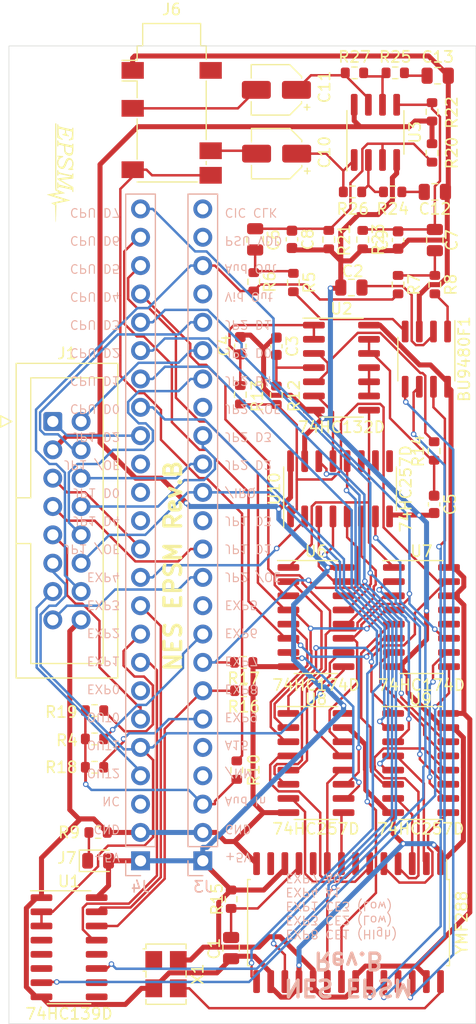
<source format=kicad_pcb>
(kicad_pcb (version 20221018) (generator pcbnew)
  (layers (0 "F.Cu" mixed) (31 "B.Cu" mixed) (34 "B.Paste" user) (35 "F.Paste" user) (36 "B.SilkS" user "B.Silkscreen") (37 "F.SilkS" user "F.Silkscreen") (38 "B.Mask" user) (39 "F.Mask" user) (44 "Edge.Cuts" user))
  (net 0 "")
  (net 1 "+5V")
  (net 2 "GND")
  (net 3 "Net-(C10-Pad2)")
  (net 4 "Net-(C11-Pad2)")
  (net 5 "D7")
  (net 6 "D6")
  (net 7 "D5")
  (net 8 "D4")
  (net 9 "D3")
  (net 10 "D2")
  (net 11 "D1")
  (net 12 "D0")
  (net 13 "OUT1")
  (net 14 "A0_buf")
  (net 15 "A1_buf")
  (net 16 "D3_buf")
  (net 17 "D2_buf")
  (net 18 "D1_buf")
  (net 19 "D0_buf")
  (net 20 "D7_buf")
  (net 21 "D6_buf")
  (net 22 "D5_buf")
  (net 23 "D4_buf")
  (net 24 "D6_Chip")
  (net 25 "D7_Chip")
  (net 26 "D5_Chip")
  (net 27 "D4_Chip")
  (net 28 "D2_Chip")
  (net 29 "D3_Chip")
  (net 30 "D1_Chip")
  (net 31 "D0_Chip")
  (net 32 "OUT1_")
  (net 33 "Net-(BU9480F1-BCLK)")
  (net 34 "Net-(BU9480F1-SDAT)")
  (net 35 "Net-(BU9480F1-LRCK)")
  (net 36 "Net-(BU9480F1-LOUT)")
  (net 37 "A13")
  (net 38 "A1")
  (net 39 "CS_")
  (net 40 "CS_Chip")
  (net 41 "A0_Chip")
  (net 42 "A1_Chip")
  (net 43 "CS_buf")
  (net 44 "Aud")
  (net 45 "Joy1_D0")
  (net 46 "OUT0")
  (net 47 "Joy1_OE")
  (net 48 "Joy2_D0")
  (net 49 "Joy2_OE")
  (net 50 "A14")
  (net 51 "ROMSEL")
  (net 52 "R-W")
  (net 53 "Net-(BU9480F1-REF)")
  (net 54 "AudIn")
  (net 55 "Net-(J6-PadSN)")
  (net 56 "Net-(U2-Pad10)")
  (net 57 "4016_EN")
  (net 58 "Net-(C3-Pad2)")
  (net 59 "Net-(R14-Pad2)")
  (net 60 "FF_Reset")
  (net 61 "IRQ")
  (net 62 "Net-(C4-Pad1)")
  (net 63 "Net-(C5-Pad1)")
  (net 64 "Net-(C6-Pad1)")
  (net 65 "Net-(C7-Pad1)")
  (net 66 "Net-(C10-Pad1)")
  (net 67 "Net-(C11-Pad1)")
  (net 68 "Net-(C12-Pad1)")
  (net 69 "Net-(C13-Pad1)")
  (net 70 "Net-(BU9480F1-ROUT)")
  (net 71 "Net-(YMF288-~{RST})")
  (net 72 "Net-(U3A-+)")
  (net 73 "Net-(U3B-+)")
  (net 74 "Joy2_D4")
  (net 75 "Joy2_D3")
  (net 76 "Joy2_D2")
  (net 77 "Joy2_D1")
  (net 78 "OUT2")
  (net 79 "Joy1_D1")
  (net 85 "Net-(J3-Pin_9)")
  (net 86 "Net-(J3-Pin_6)")
  (net 88 "NMI")
  (net 91 "Net-(J4-Pin_9)")
  (net 93 "Net-(J7-K)")
  (net 94 "Net-(U3A--)")
  (net 95 "Net-(U3B--)")
  (net 104 "Net-(X1-OUT)")
  (net 112 "Joy1_D3")
  (net 113 "Joy1_D4")
  (net 114 "Joy1_D2")
  (footprint "Package_SO:SOIC-16_3.9x9.9mm_P1.27mm" (layer "F.Cu") (at 101.281 116.967)
    (fp_text reference "U1")
    (fp_text value "74HC139D")
  )
  (footprint "Resistor_SMD:R_0603_1608Metric" (layer "F.Cu") (at 103.886 106.68)
    (fp_text reference "R9")
    (fp_text value "330")
  )
  (footprint "Package_SO:SOIC-16_3.9x9.9mm_P1.27mm" (layer "F.Cu") (at 132.907 87.376)
    (fp_text reference "U7")
    (fp_text value "74HC174D")
  )
  (footprint "Package_SO:SOIC-14_3.9x8.7mm_P1.27mm" (layer "F.Cu") (at 125.73 65.024)
    (fp_text reference "U2")
    (fp_text value "74HC132D")
  )
  (footprint "Resistor_SMD:R_0603_1608Metric" (layer "F.Cu") (at 117.856 57.333 -90)
    (fp_text reference "R6")
    (fp_text value "3k")
  )
  (footprint "Package_SO:SOIC-16_3.9x9.9mm_P1.27mm" (layer "F.Cu") (at 123.444 87.376)
    (fp_text reference "U6")
    (fp_text value "74HC174D")
  )
  (footprint "Capacitor_SMD:C_0805_2012Metric" (layer "F.Cu") (at 126.619 57.846 180)
    (fp_text reference "C2")
    (fp_text value "10uF")
  )
  (footprint "Resistor_SMD:R_0603_1608Metric" (layer "F.Cu") (at 130.81 57.587 -90)
    (fp_text reference "R7")
    (fp_text value "3k")
  )
  (footprint "Resistor_SMD:R_0603_1608Metric" (layer "F.Cu") (at 134.112 57.587 -90)
    (fp_text reference "R8")
    (fp_text value "680")
  )
  (footprint "Oscillator:Oscillator_SMD_SeikoEpson_SG8002LB-4Pin_5.0x3.2mm" (layer "F.Cu") (at 109.982 119.38 -90)
    (fp_text reference "X1")
    (fp_text value "CXO_DIP8")
  )
  (footprint "Resistor_SMD:R_0603_1608Metric" (layer "F.Cu") (at 103.569 98.298 180)
    (fp_text reference "R4")
    (fp_text value "47k")
  )
  (footprint "Resistor_SMD:R_0603_1608Metric" (layer "F.Cu") (at 121.412 57.396 -90)
    (fp_text reference "R5")
    (fp_text value "680")
  )
  (footprint "Nes Sound Expansion OPNA:YMF288" (layer "F.Cu") (at 127 114.759 -90)
    (fp_text reference "YMF288")
    (fp_text value "YMF288" hide)
  )
  (footprint "Resistor_SMD:R_0603_1608Metric" (layer "F.Cu") (at 134.047 72.4935 90)
    (fp_text reference "R14")
    (fp_text value "1k")
  )
  (footprint "Resistor_SMD:R_0603_1608Metric" (layer "F.Cu") (at 116.651 67.453 -90)
    (fp_text reference "R13")
    (fp_text value "3k")
  )
  (footprint "Resistor_SMD:R_0603_1608Metric" (layer "F.Cu") (at 119.888 67.501 -90)
    (fp_text reference "R12")
    (fp_text value "1k")
  )
  (footprint "Capacitor_SMD:C_0603_1608Metric" (layer "F.Cu") (at 134.047 77.277 -90)
    (fp_text reference "C5")
    (fp_text value "68pF")
  )
  (footprint "Capacitor_SMD:C_0603_1608Metric" (layer "F.Cu") (at 119.888 63.106 -90)
    (fp_text reference "C3")
    (fp_text value "68pF")
  )
  (footprint "Capacitor_SMD:C_0603_1608Metric" (layer "F.Cu") (at 116.651 63.058 90)
    (fp_text reference "C4")
    (fp_text value "68pF")
  )
  (footprint "Resistor_SMD:R_0603_1608Metric" (layer "F.Cu") (at 115.824 112.664 -90)
    (fp_text reference "R15")
    (fp_text value "1k")
  )
  (footprint "Resistor_SMD:R_0603_1608Metric" (layer "F.Cu") (at 116.951 91.44 180)
    (fp_text reference "R17")
    (fp_text value "1k")
  )
  (footprint "Capacitor_SMD:CP_Elec_4x5.3" (layer "F.Cu") (at 119.888 40.132 180)
    (fp_text reference "C11")
    (fp_text value "10uF")
  )
  (footprint "audioconn:Jack_3.5mm_PJ311_Horizontal_other_pinout" (layer "F.Cu") (at 110.49 43.087)
    (fp_text reference "J6")
    (fp_text value "AudioJack2_Ground_Switch")
  )
  (footprint "Resistor_SMD:R_0603_1608Metric" (layer "F.Cu") (at 103.569 95.758 180)
    (fp_text reference "R19")
    (fp_text value "47k")
  )
  (footprint "Resistor_SMD:R_0603_1608Metric" (layer "F.Cu") (at 116.967 93.98 180)
    (fp_text reference "R16")
    (fp_text value "1k")
  )
  (footprint "LED_SMD:LED_0805_2012Metric" (layer "F.Cu") (at 103.886 109.22)
    (fp_text reference "J7")
    (fp_text value "EN LED")
  )
  (footprint "Capacitor_SMD:CP_Elec_4x5.3" (layer "F.Cu") (at 119.91 45.847 180)
    (fp_text reference "C10")
    (fp_text value "10uF")
  )
  (footprint "Resistor_SMD:R_0603_1608Metric" (layer "F.Cu") (at 103.569 100.838 180)
    (fp_text reference "R18")
    (fp_text value "47k")
  )
  (footprint "Capacitor_SMD:C_0805_2012Metric" (layer "F.Cu") (at 115.824 117.045 -90)
    (fp_text reference "C1")
    (fp_text value "10uF")
  )
  (footprint "Capacitor_SMD:C_0805_2012Metric" (layer "F.Cu") (at 117.983 53.528 90)
    (fp_text reference "C6")
    (fp_text value "10uF")
  )
  (footprint "Capacitor_SMD:C_0805_2012Metric" (layer "F.Cu") (at 134.112 53.594 90)
    (fp_text reference "C7")
    (fp_text value "10uF")
  )
  (footprint "Capacitor_SMD:C_0805_2012Metric" (layer "F.Cu") (at 134.112 49.276)
    (fp_text reference "C12")
    (fp_text value "10uF")
  )
  (footprint "Capacitor_SMD:C_0805_2012Metric" (layer "F.Cu") (at 134.366 38.862)
    (fp_text reference "C13")
    (fp_text value "10uF")
  )
  (footprint "Resistor_SMD:R_0603_1608Metric" (layer "F.Cu") (at 133.858 42.101 -90)
    (fp_text reference "R22")
    (fp_text value "47k")
  )
  (footprint "Resistor_SMD:R_0603_1608Metric" (layer "F.Cu") (at 127.635 53.5515 90)
    (fp_text reference "R23")
    (fp_text value "33k")
  )
  (footprint "Resistor_SMD:R_0603_1608Metric" (layer "F.Cu") (at 126.7225 49.276)
    (fp_text reference "R26")
    (fp_text value "22k")
  )
  (footprint "Package_SO:SOIC-8_3.9x4.9mm_P1.27mm" (layer "F.Cu") (at 128.778 43.942 90)
    (fp_text reference "U3")
    (fp_text value "LM358")
  )
  (footprint "Package_SO:SOIC-8_3.9x4.9mm_P1.27mm" (layer "F.Cu") (at 133.35 64.262 -90)
    (fp_text reference "BU9480F1")
    (fp_text value "BU9480F")
  )
  (footprint "Capacitor_SMD:C_0603_1608Metric" (layer "F.Cu") (at 121.285 53.528 -90)
    (fp_text reference "C8")
    (fp_text value "68pF")
  )
  (footprint "Resistor_SMD:R_0603_1608Metric" (layer "F.Cu") (at 124.587 53.5515 -90)
    (fp_text reference "R21")
    (fp_text value "33k")
  )
  (footprint "Resistor_SMD:R_0603_1608Metric" (layer "F.Cu") (at 130.3255 49.276)
    (fp_text reference "R24")
    (fp_text value "6.8k")
  )
  (footprint "Resistor_SMD:R_0603_1608Metric" (layer "F.Cu") (at 130.556 38.608)
    (fp_text reference "R25")
    (fp_text value "6.8k")
  )
  (footprint "Resistor_SMD:R_0603_1608Metric" (layer "F.Cu") (at 126.8965 38.608)
    (fp_text reference "R27")
    (fp_text value "22k")
  )
  (footprint "Resistor_SMD:R_0603_1608Metric" (layer "F.Cu") (at 133.858 45.784 -90)
    (fp_text reference "R20")
    (fp_text value "47k")
  )
  (footprint "Capacitor_SMD:C_0603_1608Metric" (layer "F.Cu") (at 130.81 53.589 90)
    (fp_text reference "C9")
    (fp_text value "68pF")
  )
  (footprint "Resistor_SMD:R_0603_1608Metric" (layer "F.Cu") (at 116.332 101.092 -90)
    (fp_text reference "R10")
    (fp_text value "0ohm")
  )
  (footprint "Nes Sound Expansion OPNA:EPSM Logo" (layer "F.Cu") (at 100.584 47.752 -90)
    (fp_text reference "G***" hide)
    (fp_text value "LOGO" hide)
  )
  (footprint "Connector_IDC:IDC-Header_2x08_P2.54mm_Vertical" (layer "F.Cu") (at 99.822 69.85)
    (fp_text reference "J1")
    (fp_text value "DA15_Plug")
  )
  (footprint "Package_SO:SOIC-16_3.9x9.9mm_P1.27mm" (layer "F.Cu") (at 123.444 100.457)
    (fp_text reference "U8")
    (fp_text value "74HC257D")
  )
  (footprint "Package_SO:SOIC-16_3.9x9.9mm_P1.27mm" (layer "F.Cu") (at 125.603 75.881 90)
    (fp_text reference "U10")
    (fp_text value "74HC257D")
  )
  (footprint "Package_SO:SOIC-16_3.9x9.9mm_P1.27mm" (layer "F.Cu") (at 132.842 100.457)
    (fp_text reference "U9")
    (fp_text value "74HC257D")
  )
  (footprint "Connector_PinHeader_2.54mm:PinHeader_1x24_P2.54mm_Vertical" (layer "B.Cu") (at 113.284 109.22)
    (fp_text reference "J3")
    (fp_text value "EXP 1-24")
  )
  (footprint "Connector_PinHeader_2.54mm:PinHeader_1x24_P2.54mm_Vertical" (layer "B.Cu") (at 107.696 109.22)
    (fp_text reference "J4")
    (fp_text value "EXP 25-48")
  )
  (gr_line (start 137.795 36.195) (end 95.885 36.195) (stroke (width 0.05)) (layer "Edge.Cuts"))
  (gr_line (start 137.795 123.825) (end 137.795 36.195) (stroke (width 0.05)) (layer "Edge.Cuts"))
  (gr_line (start 95.885 36.195) (end 95.885 123.825) (stroke (width 0.05)) (layer "Edge.Cuts"))
  (gr_line (start 95.885 123.825) (end 137.795 123.825) (stroke (width 0.05)) (layer "Edge.Cuts"))
  (gr_text "NES EPSM\nRev.B\n" (at 126.365 119.38 180) (layer "B.SilkS") (effects (font (size 1.5 1.5) (thickness 0.3)) (justify mirror)))
  (gr_text "EXP8 CE1 (HIgh)\nEXP3 CE2 (Low)\nEXP1 CE3 (Low)\nEXP4 A1\nEXP7 A0" (at 120.65 113.284 180) (layer "B.SilkS") (effects (font (size 0.78 0.78) (thickness 0.1)) (justify left mirror)))
  (gr_text "+5V\n\nGND\n\nAud In\n\n/NMI\n\nA15\n\nEXP9\n\nEXP8\n\nEXP7\n\nEXP6 \n\nEXP5\n\nJP2 /OE\n\nJP1 D1\n\nJP1 D3\n\n/IRQ\n\nJP2 D2\n\nJP2 D3\n\nJP2 /OE\n\nJP2 D4\n\nJP2 D0\n\nJP2 D1\n\nVid Out\n\nAud Out\n\nPSU VDD\n\nCIC CLK" (at 115.189 80.01 180) (layer "B.SilkS") (effects (font (size 0.78 0.78) (thickness 0.1)) (justify left mirror)))
  (gr_text "+5V\n\nGND\n\nNC\n\nOUT2\n\nOUT1\n\nOUT0\n\nEXP0\n\nEXP1\n\nEXP2\n\nEXP3\n\nEXP4\n\nJP1 /OE\n\nJP1 D4\n\nJP1 D0\n\nJP1 /OE\n\nJP1 D2\n\nCPU D0\n\nCPU D1\n\nCPU D2\n\nCPU D3\n\nCPU D4\n\nCPU D5\n\nCPU D6\n\nCPU D7\n" (at 105.918 80.01 180) (layer "B.SilkS") (effects (font (size 0.78 0.78) (thickness 0.1)) (justify right mirror)))
  (gr_text "NES EPSM Rev.B" (at 110.617 82.804 90) (layer "F.SilkS") (effects (font (size 1.5 1.5) (thickness 0.3))))
  (segment (start 137.2517 113.8381) (end 132.4341 118.6557) (width 0.45) (layer "F.Cu") (net 1))
  (segment (start 104.8235 109.22) (end 104.8235 111.4545) (width 0.45) (layer "F.Cu") (net 1))
  (segment (start 107.696 109.22) (end 104.8235 109.22) (width 0.45) (layer "F.Cu") (net 1))
  (segment (start 118.7549 111.839) (end 115.824 111.839) (width 0.45) (layer "F.Cu") (net 1))
  (segment (start 113.284 109.22) (end 113.284 109.299) (width 0.45) (layer "F.Cu") (net 1))
  (segment (start 127 120.044) (end 127 119.5416) (width 0.45) (layer "F.Cu") (net 1))
  (segment (start 115.824 111.839) (end 114.7126 112.9504) (width 0.45) (layer "F.Cu") (net 1))
  (segment (start 135.5633 82.7497) (end 135.382 82.931) (width 0.45) (layer "F.Cu") (net 1))
  (segment (start 120.65 109.474) (end 120.65 109.9439) (width 0.45) (layer "F.Cu") (net 1))
  (segment (start 125.919 95.3139) (end 125.919 96.012) (width 0.45) (layer "F.Cu") (net 1))
  (segment (start 135.8916 85.471) (end 135.382 85.471) (width 0.45) (layer "F.Cu") (net 1))
  (segment (start 133.858 44.959) (end 133.858 42.926) (width 0.45) (layer "F.Cu") (net 1))
  (segment (start 127.8859 118.6557) (end 132.4341 118.6557) (width 0.45) (layer "F.Cu") (net 1))
  (segment (start 119.2575 116.0251) (end 118.3265 116.9561) (width 0.45) (layer "F.Cu") (net 1))
  (segment (start 131.826 43.434) (end 127.407651 43.434) (width 0.45) (layer "F.Cu") (net 1))
  (segment (start 135.255 66.737) (end 135.5633 67.0453) (width 0.45) (layer "F.Cu") (net 1))
  (segment (start 123.19 120.044) (end 123.19 120.5612) (width 0.45) (layer "F.Cu") (net 1))
  (segment (start 111.082 118.11) (end 112.1853 118.11) (width 0.45) (layer "F.Cu") (net 1))
  (segment (start 118.3265 116.9561) (end 114.7126 116.9561) (width 0.45) (layer "F.Cu") (net 1))
  (segment (start 99.822 72.39) (end 101.0406 71.1714) (width 0.45) (layer "F.Cu") (net 1))
  (segment (start 104.8235 111.4545) (end 103.756 112.522) (width 0.45) (layer "F.Cu") (net 1))
  (segment (start 109.5727 74.93) (end 107.2533 74.93) (width 0.45) (layer "F.Cu") (net 1))
  (segment (start 121.158 73.406) (end 121.158 76.6521) (width 0.45) (layer "F.Cu") (net 1))
  (segment (start 129.1754 61.214) (end 128.205 61.214) (width 0.45) (layer "F.Cu") (net 1))
  (segment (start 113.284 109.299) (end 115.824 111.839) (width 0.45) (layer "F.Cu") (net 1))
  (segment (start 104.06 46.816) (end 104.06 71.1714) (width 0.45) (layer "F.Cu") (net 1))
  (segment (start 123.19 120.5612) (end 124.0581 121.4293) (width 0.45) (layer "F.Cu") (net 1))
  (segment (start 135.6352 82.7497) (end 136.711 83.8255) (width 0.45) (layer "F.Cu") (net 1))
  (segment (start 107.2533 74.93) (end 104.06 71.7367) (width 0.45) (layer "F.Cu") (net 1))
  (segment (start 135.5633 82.7497) (end 135.6352 82.7497) (width 0.45) (layer "F.Cu") (net 1))
  (segment (start 126.873 42.899349) (end 126.873 41.467) (width 0.45) (layer "F.Cu") (net 1))
  (segment (start 107.442 43.434) (end 104.06 46.816) (width 0.45) (layer "F.Cu") (net 1))
  (segment (start 136.7186 86.298) (end 135.8916 85.471) (width 0.45) (layer "F.Cu") (net 1))
  (segment (start 136.711 83.8255) (end 136.711 84.6516) (width 0.45) (layer "F.Cu") (net 1))
  (segment (start 124.4984 82.931) (end 125.919 82.931) (width 0.45) (layer "F.Cu") (net 1))
  (segment (start 114.7126 112.9504) (end 114.7126 116.9561) (width 0.45) (layer "F.Cu") (net 1))
  (segment (start 127 120.561) (end 127 120.044) (width 0.45) (layer "F.Cu") (net 1))
  (segment (start 111.8049 77.1622) (end 109.5727 74.93) (width 0.45) (layer "F.Cu") (net 1))
  (segment (start 113.3392 116.9561) (end 112.1853 118.11) (width 0.45) (layer "F.Cu") (net 1))
  (segment (start 127 119.5416) (end 127.8859 118.6557) (width 0.45) (layer "F.Cu") (net 1))
  (segment (start 135.317 96.012) (end 136.7186 96.012) (width 0.45) (layer "F.Cu") (net 1))
  (segment (start 126.1317 121.4293) (end 127 120.561) (width 0.45) (layer "F.Cu") (net 1))
  (segment (start 136.7186 96.012) (end 137.2517 96.5451) (width 0.45) (layer "F.Cu") (net 1))
  (segment (start 136.7186 96.012) (end 136.7186 86.298) (width 0.45) (layer "F.Cu") (net 1))
  (segment (start 127.407651 43.434) (end 107.442 43.434) (width 0.45) (layer "F.Cu") (net 1))
  (segment (start 121.158 76.6521) (end 120.1079 77.7022) (width 0.45) (layer "F.Cu") (net 1))
  (segment (start 132.4341 118.6557) (end 133.35 119.5716) (width 0.45) (layer "F.Cu") (net 1))
  (segment (start 120.65 109.9439) (end 118.7549 111.839) (width 0.45) (layer "F.Cu") (net 1))
  (segment (start 127.407651 43.434) (end 126.873 42.899349) (width 0.45) (layer "F.Cu") (net 1))
  (segment (start 104.06 71.7367) (end 104.06 71.1714) (width 0.45) (layer "F.Cu") (net 1))
  (segment (start 114.7126 116.9561) (end 113.3392 116.9561) (width 0.45) (layer "F.Cu") (net 1))
  (segment (start 136.711 84.6516) (end 135.8916 85.471) (width 0.45) (layer "F.Cu") (net 1))
  (segment (start 133.7201 64.7842) (end 132.7456 64.7842) (width 0.45) (layer "F.Cu") (net 1))
  (segment (start 132.334 42.926) (end 131.826 43.434) (width 0.45) (layer "F.Cu") (net 1))
  (segment (start 124.0581 121.4293) (end 126.1317 121.4293) (width 0.45) (layer "F.Cu") (net 1))
  (segment (start 135.255 66.3191) (end 133.7201 64.7842) (width 0.45) (layer "F.Cu") (net 1))
  (segment (start 135.255 66.737) (end 135.255 66.3191) (width 0.45) (layer "F.Cu") (net 1))
  (segment (start 132.7456 64.7842) (end 129.1754 61.214) (width 0.45) (layer "F.Cu") (net 1))
  (segment (start 120.2219 116.0251) (end 119.2575 116.0251) (width 0.45) (layer "F.Cu") (net 1))
  (segment (start 133.858 42.926) (end 132.334 42.926) (width 0.45) (layer "F.Cu") (net 1))
  (segment (start 123.19 118.9932) (end 120.2219 116.0251) (width 0.45) (layer "F.Cu") (net 1))
  (segment (start 133.35 119.5716) (end 133.35 120.044) (width 0.45) (layer "F.Cu") (net 1))
  (segment (start 135.5633 67.0453) (end 135.5633 82.7497) (width 0.45) (layer "F.Cu") (net 1))
  (segment (start 101.0406 71.1714) (end 104.06 71.1714) (width 0.45) (layer "F.Cu") (net 1))
  (segment (start 137.2517 96.5451) (end 137.2517 113.8381) (width 0.45) (layer "F.Cu") (net 1))
  (segment (start 123.19 120.044) (end 123.19 118.9932) (width 0.45) (layer "F.Cu") (net 1))
  (via (at 120.1079 77.7022) (size 0.5) (drill 0.3) (layers "F.Cu" "B.Cu") (net 1))
  (via (at 125.919 95.3139) (size 0.5) (drill 0.3) (layers "F.Cu" "B.Cu") (net 1))
  (via (at 111.8049 77.1622) (size 0.5) (drill 0.3) (layers "F.Cu" "B.Cu") (net 1))
  (via (at 124.4984 82.931) (size 0.5) (drill 0.3) (layers "F.Cu" "B.Cu") (net 1))
  (segment (start 113.284 109.22) (end 113.284 108.0167) (width 0.45) (layer "B.Cu") (net 1))
  (segment (start 124.4359 82.931) (end 124.4984 82.931) (width 0.45) (layer "B.Cu") (net 1))
  (segment (start 113.284 108.0167) (end 113.66 108.0167) (width 0.45) (layer "B.Cu") (net 1))
  (segment (start 124.4359 83.271) (end 124.4359 82.931) (width 0.45) (layer "B.Cu") (net 1))
  (segment (start 121.4343 86.2726) (end 124.4359 83.271) (width 0.45) (layer "B.Cu") (net 1))
  (segment (start 125.919 95.7577) (end 125.919 95.3139) (width 0.45) (layer "B.Cu") (net 1))
  (segment (start 107.696 109.22) (end 108.8993 109.22) (width 0.45) (layer "B.Cu") (net 1))
  (segment (start 120.1079 77.7022) (end 120.1079 78.603) (width 0.45) (layer "B.Cu") (net 1))
  (segment (start 119.8757 77.47) (end 120.1079 77.7022) (width 0.45) (layer "B.Cu") (net 1))
  (segment (start 123.8647 93.6416) (end 121.4343 91.2112) (width 0.45) (layer "B.Cu") (net 1))
  (segment (start 124.2467 93.6416) (end 123.8647 93.6416) (width 0.45) (layer "B.Cu") (net 1))
  (segment (start 111.8049 77.1622) (end 112.1127 77.47) (width 0.45) (layer "B.Cu") (net 1))
  (segment (start 112.0807 109.22) (end 108.8993 109.22) (width 0.45) (layer "B.Cu") (net 1))
  (segment (start 112.1127 77.47) (end 119.8757 77.47) (width 0.45) (layer "B.Cu") (net 1))
  (segment (start 120.1079 78.603) (end 124.4359 82.931) (width 0.45) (layer "B.Cu") (net 1))
  (segment (start 125.919 95.3139) (end 124.2467 93.6416) (width 0.45) (layer "B.Cu") (net 1))
  (segment (start 121.4343 91.2112) (end 121.4343 86.2726) (width 0.45) (layer "B.Cu") (net 1))
  (segment (start 113.284 109.22) (end 112.0807 109.22) (width 0.45) (layer "B.Cu") (net 1))
  (segment (start 113.66 108.0167) (end 125.919 95.7577) (width 0.45) (layer "B.Cu") (net 1))
  (segment (start 119.4016 67.501) (end 118.7411 66.8405) (width 0.45) (layer "F.Cu") (net 2))
  (segment (start 133.5506 37.0966) (end 135.316 38.862) (width 0.45) (layer "F.Cu") (net 2))
  (segment (start 117.792 93.98) (end 117.792 91.821) (width 0.45) (layer "F.Cu") (net 2))
  (segment (start 129.032 51.308) (end 127.254 51.308) (width 0.45) (layer "F.Cu") (net 2))
  (segment (start 131.7054 94.158) (end 131.7054 92.5863) (width 0.45) (layer "F.Cu") (net 2))
  (segment (start 110.2686 119.2634) (end 114.5556 119.2634) (width 0.45) (layer "F.Cu") (net 2))
  (segment (start 117.9077 117.772) (end 116.047 117.772) (width 0.45) (layer "F.Cu") (net 2))
  (segment (start 106.3358 122.0929) (end 107.7787 120.65) (width 0.45) (layer "F.Cu") (net 2))
  (segment (start 127.635 54.3765) (end 127.7975 54.539) (width 0.45) (layer "F.Cu") (net 2))
  (segment (start 119.38 120.044) (end 119.38 119.2443) (width 0.45) (layer "F.Cu") (net 2))
  (segment (start 132.6788 78.232) (end 132.6967 78.2499) (width 0.45) (layer "F.Cu") (net 2))
  (segment (start 126.3486 97.282) (end 127.8818 98.8152) (width 0.45) (layer "F.Cu") (net 2))
  (segment (start 108.882 120.65) (end 110.2686 119.2634) (width 0.45) (layer "F.Cu") (net 2))
  (segment (start 135.2245 53.6531) (end 135.2245 49.4385) (width 0.45) (layer "F.Cu") (net 2))
  (segment (start 98.3272 121.412) (end 98.806 121.412) (width 0.45) (layer "F.Cu") (net 2))
  (segment (start 130.81 54.539) (end 131.755 53.594) (width 0.45) (layer "F.Cu") (net 2))
  (segment (start 98.806 112.522) (end 98.3839 112.522) (width 0.45) (layer "F.Cu") (net 2))
  (segment (start 127.8818 98.8152) (end 127.8818 101.0478) (width 0.45) (layer "F.Cu") (net 2))
  (segment (start 107.696 106.68) (end 106.4927 106.68) (width 0.45) (layer "F.Cu") (net 2))
  (segment (start 119.38 119.2443) (end 117.9077 117.772) (width 0.45) (layer "F.Cu") (net 2))
  (segment (start 135.1654 53.594) (end 135.2245 53.6531) (width 0.45) (layer "F.Cu") (net 2))
  (segment (start 98.806 108.966) (end 98.806 112.522) (width 0.45) (layer "F.Cu") (net 2))
  (segment (start 135.316 38.862) (end 135.316 49.022) (width 0.45) (layer "F.Cu") (net 2))
  (segment (start 106.99 37.2837) (end 107.1771 37.0966) (width 0.45) (layer "F.Cu") (net 2))
  (segment (start 125.603 57.912) (end 124.7404 57.912) (width 0.45) (layer "F.Cu") (net 2))
  (segment (start 130.172 78.232) (end 132.6788 78.232) (width 0.45) (layer "F.Cu") (net 2))
  (segment (start 99.4869 122.0929) (end 106.3358 122.0929) (width 0.45) (layer "F.Cu") (net 2))
  (segment (start 118.7411 63.3029) (end 119.888 62.156) (width 0.45) (layer "F.Cu") (net 2))
  (segment (start 132.715 61.787) (end 132.715 58.5156) (width 0.45) (layer "F.Cu") (net 2))
  (segment (start 97.4479 120.5327) (end 98.3272 121.412) (width 0.45) (layer "F.Cu") (net 2))
  (segment (start 122.5136 68.834) (end 121.1806 67.501) (width 0.45) (layer "F.Cu") (net 2))
  (segment (start 127.254 51.308) (end 125.669 52.893) (width 0.45) (layer "F.Cu") (net 2))
  (segment (start 130.683 46.417) (end 130.683 47.625) (width 0.45) (layer "F.Cu") (net 2))
  (segment (start 101.346 104.648) (end 102.1652 105.4672) (width 0.45) (layer "F.Cu") (net 2))
  (segment (start 121.285 54.478) (end 124.4855 54.478) (width 0.45) (layer "F.Cu") (net 2))
  (segment (start 127.8818 101.0478) (end 127.9129 101.0789) (width 0.45) (layer "F.Cu") (net 2))
  (segment (start 119.38 120.5118) (end 120.3037 121.4355) (width 0.45) (layer "F.Cu") (net 2))
  (segment (start 103.4982 105.4672) (end 104.711 106.68) (width 0.45) (layer "F.Cu") (net 2))
  (segment (start 119.38 120.044) (end 119.38 120.5118) (width 0.45) (layer "F.Cu") (net 2))
  (segment (start 102.3048 105.4672) (end 98.806 108.966) (width 0.45) (layer "F.Cu") (net 2))
  (segment (start 130.302 50.038) (end 129.032 51.308) (width 0.45) (layer "F.Cu") (net 2))
  (segment (start 125.669 52.893) (end 125.669 55.4585) (width 0.45) (layer "F.Cu") (net 2))
  (segment (start 132.6967 78.2499) (end 134.0241 78.2499) (width 0.45) (layer "F.Cu") (net 2))
  (segment (start 116.1305 107.4945) (end 118.11 109.474) (width 0.45) (layer "F.Cu") (net 2))
  (segment (start 117.792 103.971) (end 117.792 93.98) (width 0.45) (layer "F.Cu") (net 2))
  (segment (start 124.4855 54.478) (end 124.587 54.3765) (width 0.45) (layer "F.Cu") (net 2))
  (segment (start 116.047 117.772) (end 115.824 117.995) (width 0.45) (layer "F.Cu") (net 2))
  (segment (start 117.776 91.44) (end 117.776 91.805) (width 0.45) (layer "F.Cu") (net 2))
  (segment (start 130.432 91.821) (end 130.9401 91.821) (width 0.45) (layer "F.Cu") (net 2))
  (segment (start 130.367 106.7762) (end 131.2755 107.6847) (width 0.45) (layer "F.Cu") (net 2))
  (segment (start 125.669 57.846) (end 125.603 57.912) (width 0.45) (layer "F.Cu") (net 2))
  (segment (start 130.9401 91.821) (end 133.3658 89.3953) (width 0.45) (layer "F.Cu") (net 2))
  (segment (start 106.4927 106.68) (end 104.711 106.68) (width 0.45) (layer "F.Cu") (net 2))
  (segment (start 114.5556 119.2634) (end 115.824 117.995) (width 0.45) (layer "F.Cu") (net 2))
  (segment (start 102.1652 105.4672) (end 103.4982 105.4672) (width 0.45) (layer "F.Cu") (net 2))
  (segment (start 127.7975 54.539) (end 130.81 54.539) (width 0.45) (layer "F.Cu") (net 2))
  (segment (start 120.969 104.902) (end 118.723 104.902) (width 0.45) (layer "F.Cu") (net 2))
  (segment (start 118.7411 66.8405) (end 118.7411 63.3029) (width 0.45) (layer "F.Cu") (net 2))
  (segment (start 129.9428 104.902) (end 130.367 104.902) (width 0.45) (layer "F.Cu") (net 2))
  (segment (start 122.428 71.17) (end 124.0095 69.5885) (width 0.45) (layer "F.Cu") (net 2))
  (segment (start 118.723 104.902) (end 116.1305 107.4945) (width 0.45) (layer "F.Cu") (net 2))
  (segment (start 116.651 62.108) (end 117.5462 62.108) (width 0.45) (layer "F.Cu") (net 2))
  (segment (start 134.62 109.474) (end 136.672 107.422) (width 0.45) (layer "F.Cu") (net 2))
  (segment (start 136.672 107.422) (end 136.672 98.1751) (width 0.45) (layer "F.Cu") (net 2))
  (segment (start 102.362 87.63) (end 101.346 88.646) (width 0.45) (layer "F.Cu") (net 2))
  (segment (start 127.9129 101.0789) (end 127.9129 102.8721) (width 0.45) (layer "F.Cu") (net 2))
  (segment (start 134.8294 97.282) (end 131.7054 94.158) (width 0.45) (layer "F.Cu") (net 2))
  (segment (start 107.1771 37.0966) (end 133.5506 37.0966) (width 0.45) (layer "F.Cu") (net 2))
  (segment (start 121.92 120.544) (end 121.92 120.044) (width 0.45) (layer "F.Cu") (net 2))
  (segment (start 115.3018 107.4945) (end 114.4873 106.68) (width 0.45) (layer "F.Cu") (net 2))
  (segment (start 113.284 106.68) (end 114.4873 106.68) (width 0.45) (layer "F.Cu") (net 2))
  (segment (start 117.792 91.821) (end 120.969 91.821) (width 0.45) (layer "F.Cu") (net 2))
  (segment (start 134.0241 78.2499) (end 134.047 78.227) (width 0.45) (layer "F.Cu") (net 2))
  (segment (start 118.723 104.902) (end 117.792 103.971) (width 0.45) (layer "F.Cu") (net 2))
  (segment (start 103.4982 105.4672) (end 102.3048 105.4672) (width 0.45) (layer "F.Cu") (net 2))
  (segment (start 97.4479 113.458) (end 97.4479 120.5327) (width 0.45) (layer "F.Cu") (net 2))
  (segment (start 98.806 121.412) (end 99.4869 122.0929) (width 0.45) (layer "F.Cu") (net 2))
  (segment (start 134.5723 57.587) (end 135.2245 56.9348) (width 0.45) (layer "F.Cu") (net 2))
  (segment (start 136.672 98.1751) (end 135.7789 97.282) (width 0.45) (layer "F.Cu") (net 2))
  (segment (start 120.3037 121.4355) (end 121.0285 121.4355) (width 0.45) (layer "F.Cu") (net 2))
  (segment (start 121.92 120.044) (end 121.92 118.5797) (width 0.45) (layer "F.Cu") (net 2))
  (segment (start 135.317 97.282) (end 134.8294 97.282) (width 0.45) (layer "F.Cu") (net 2))
  (segment (start 121.1806 67.501) (end 119.4016 67.501) (width 0.45) (layer "F.Cu") (net 2))
  (segment (start 122.428 73.406) (end 122.428 71.17) (width 0.45) (layer "F.Cu") (net 2))
  (segment (start 106.99 38.387) (end 106.99 37.2837) (width 0.45) (layer "F.Cu") (net 2))
  (segment (start 135.7789 97.282) (end 135.317 97.282) (width 0.45) (layer "F.Cu") (net 2))
  (segment (start 125.669 55.4585) (end 126.553 55.4585) (width 0.45) (layer "F.Cu") (net 2))
  (segment (start 123.255 68.834) (end 122.5136 68.834) (width 0.45) (layer "F.Cu") (net 2))
  (segment (start 130.367 104.902) (end 130.367 106.7762) (width 0.45) (layer "F.Cu") (net 2))
  (segment (start 98.3839 112.522) (end 97.4479 113.458) (width 0.45) (layer "F.Cu") (net 2))
  (segment (start 126.553 55.4585) (end 127.635 54.3765) (width 0.45) (layer "F.Cu") (net 2))
  (segment (start 130.302 48.006) (end 130.302 50.038) (width 0.45) (layer "F.Cu") (net 2))
  (segment (start 125.669 57.846) (end 125.669 55.4585) (width 0.45) (layer "F.Cu") (net 2))
  (segment (start 124.0491 69.5885) (end 124.0095 69.5885) (width 0.45) (layer "F.Cu") (net 2))
  (segment (start 101.346 88.646) (end 101.346 104.648) (width 0.45) (layer "F.Cu") (net 2))
  (segment (start 135.2245 56.9348) (end 135.2245 53.6531) (width 0.45) (layer "F.Cu") (net 2))
  (segment (start 135.316 49.022) (end 135.062 49.276) (width 0.45) (layer "F.Cu") (net 2))
  (segment (start 135.2245 49.4385) (end 135.062 49.276) (width 0.45) (layer "F.Cu") (net 2))
  (segment (start 108.882 120.65) (end 107.7787 120.65) (width 0.45) (layer "F.Cu") (net 2))
  (segment (start 116.1305 107.4945) (end 115.3018 107.4945) (width 0.45) (layer "F.Cu") (net 2))
  (segment (start 125.919 97.282) (end 126.3486 97.282) (width 0.45) (layer "F.Cu") (net 2))
  (segment (start 134.62 109.474) (end 134.62 108.3956) (width 0.45) (layer "F.Cu") (net 2))
  (segment (start 133.6436 57.587) (end 134.5723 57.587) (width 0.45) (layer "F.Cu") (net 2))
  (segment (start 131.755 53.594) (end 135.1654 53.594) (width 0.45) (layer "F.Cu") (net 2))
  (segment (start 134.62 108.3956) (end 134.0241 107.7997) (width 0.45) (layer "F.Cu") (net 2))
  (segment (start 117.5462 62.108) (end 118.7411 63.3029) (width 0.45) (layer "F.Cu") (net 2))
  (segment (start 133.3658 89.3953) (end 133.3658 86.8219) (width 0.45) (layer "F.Cu") (net 2))
  (segment (start 130.683 47.625) (end 130.302 48.006) (width 0.45) (layer "F.Cu") (net 2))
  (segment (start 131.7054 92.5863) (end 130.9401 91.821) (width 0.45) (layer "F.Cu") (net 2))
  (segment (start 132.715 58.5156) (end 133.6436 57.587) (width 0.45) (layer "F.Cu") (net 2))
  (segment (start 125.669 55.4585) (end 124.587 54.3765) (width 0.45) (layer "F.Cu") (net 2))
  (segment (start 124.0095 69.5885) (end 123.255 68.834) (width 0.45) (layer "F.Cu") (net 2))
  (segment (start 130.048 78.356) (end 130.172 78.232) (width 0.45) (layer "F.Cu") (net 2))
  (segment (start 121.0285 121.4355) (end 121.92 120.544) (width 0.45) (layer "F.Cu") (net 2))
  (segment (start 127.9129 102.8721) (end 129.9428 104.902) (width 0.45) (layer "F.Cu") (net 2))
  (segment (start 117.776 91.805) (end 117.792 91.821) (width 0.45) (layer "F.Cu") (net 2))
  (via (at 133.3658 86.8219) (size 0.5) (drill 0.3) (layers "F.Cu" "B.Cu") (net 2))
  (via (at 124.7404 57.912) (size 0.5) (drill 0.3) (layers "F.Cu" "B.Cu") (net 2))
  (via (at 132.6967 78.2499) (size 0.5) (drill 0.3) (layers "F.Cu" "B.Cu") (net 2))
  (via (at 121.92 118.5797) (size 0.5) (drill 0.3) (layers "F.Cu" "B.Cu") (net 2))
  (via (at 131.2755 107.6847) (size 0.5) (drill 0.3) (layers "F.Cu" "B.Cu") (net 2))
  (via (at 134.0241 107.7997) (size 0.5) (drill 0.3) (layers "F.Cu" "B.Cu") (net 2))
  (via (at 124.0491 69.5885) (size 0.5) (drill 0.3) (layers "F.Cu" "B.Cu") (net 2))
  (segment (start 107.696 106.68) (end 113.284 106.68) (width 0.45) (layer "B.Cu") (net 2))
  (segment (start 124.7062 70.2594) (end 132.6967 78.2499) (width 0.45) (layer "B.Cu") (net 2))
  (segment (start 121.92 117.0402) (end 131.2755 107.6847) (width 0.45) (layer "B.Cu") (net 2))
  (segment (start 132.6967 78.2499) (end 133.3658 78.919) (width 0.45) (layer "B.Cu") (net 2))
  (segment (start 131.2755 107.6847) (end 133.9091 107.6847) (width 0.45) (layer "B.Cu") (net 2))
  (segment (start 133.9091 107.6847) (end 134.0241 107.7997) (width 0.45) (layer "B.Cu") (net 2))
  (segment (start 124.7404 69.5543) (end 124.7404 57.912) (width 0.45) (layer "B.Cu") (net 2))
  (segment (start 121.92 118.5797) (end 121.92 117.0402) (width 0.45) (layer "B.Cu") (net 2))
  (segment (start 124.7062 69.5885) (end 124.7062 70.2594) (width 0.45) (layer "B.Cu") (net 2))
  (segment (start 124.7062 69.5885) (end 124.0491 69.5885) (width 0.45) (layer "B.Cu") (net 2))
  (segment (start 133.3658 78.919) (end 133.3658 86.8219) (width 0.45) (layer "B.Cu") (net 2))
  (segment (start 124.7062 69.5885) (end 124.7404 69.5543) (width 0.45) (layer "B.Cu") (net 2))
  (segment (start 113.99 45.587) (end 117.85 45.587) (width 0.22) (layer "F.Cu") (net 3))
  (segment (start 117.85 45.587) (end 118.11 45.847) (width 0.22) (layer "F.Cu") (net 3))
  (segment (start 106.99 41.787) (end 116.433 41.787) (width 0.22) (layer "F.Cu") (net 4))
  (segment (start 116.433 41.787) (end 118.088 40.132) (width 0.22) (layer "F.Cu") (net 4))
  (segment (start 124.6689 95.7329) (end 127.136 93.2658) (width 0.22) (layer "F.Cu") (net 5))
  (segment (start 135.382 89.281) (end 134.9227 89.281) (width 0.22) (layer "F.Cu") (net 5))
  (segment (start 127.136 93.2658) (end 127.136 89.6595) (width 0.22) (layer "F.Cu") (net 5))
  (segment (start 125.5954 98.552) (end 124.6689 97.6255) (width 0.22) (layer "F.Cu") (net 5))
  (segment (start 131.8297 85.6617) (end 131.2893 86.2021) (width 0.22) (layer "F.Cu") (net 5))
  (segment (start 127.5208 88.5177) (end 126.7575 89.281) (width 0.22) (layer "F.Cu") (net 5))
  (segment (start 129.389 86.2021) (end 127.5208 88.0703) (width 0.22) (layer "F.Cu") (net 5))
  (segment (start 126.7575 89.281) (end 125.919 89.281) (width 0.22) (layer "F.Cu") (net 5))
  (segment (start 131.8297 85.2915) (end 131.8297 85.6617) (width 0.22) (layer "F.Cu") (net 5))
  (segment (start 125.919 98.552) (end 125.5954 98.552) (width 0.22) (layer "F.Cu") (net 5))
  (segment (start 127.5208 88.0703) (end 127.5208 88.5177) (width 0.22) (layer "F.Cu") (net 5))
  (segment (start 134.9227 89.281) (end 134.1061 88.4644) (width 0.22) (layer "F.Cu") (net 5))
  (segment (start 127.136 89.6595) (end 126.7575 89.281) (width 0.22) (layer "F.Cu") (net 5))
  (segment (start 124.6689 97.6255) (end 124.6689 95.7329) (width 0.22) (layer "F.Cu") (net 5))
  (segment (start 131.2893 86.2021) (end 129.389 86.2021) (width 0.22) (layer "F.Cu") (net 5))
  (via (at 134.1061 88.4644) (size 0.5) (drill 0.3) (layers "F.Cu" "B.Cu") (net 5))
  (via (at 131.8297 85.2915) (size 0.5) (drill 0.3) (layers "F.Cu" "B.Cu") (net 5))
  (segment (start 131.8297 78.3733) (end 131.8297 85.2915) (width 0.22) (layer "B.Cu") (net 5))
  (segment (start 112.5943 54.61) (end 113.6192 54.61) (width 0.22) (layer "B.Cu") (net 5))
  (segment (start 108.7843 50.8) (end 112.5943 54.61) (width 0.22) (layer "B.Cu") (net 5))
  (segment (start 107.696 50.8) (end 108.7843 50.8) (width 0.22) (layer "B.Cu") (net 5))
  (segment (start 119.6323 60.6231) (end 119.6323 66.1759) (width 0.22) (layer "B.Cu") (net 5))
  (segment (start 113.6192 54.61) (end 119.6323 60.6231) (width 0.22) (layer "B.Cu") (net 5))
  (segment (start 119.6323 66.1759) (end 131.8297 78.3733) (width 0.22) (layer "B.Cu") (net 5))
  (segment (start 131.8297 86.188) (end 131.8297 85.2915) (width 0.22) (layer "B.Cu") (net 5))
  (segment (start 134.1061 88.4644) (end 131.8297 86.188) (width 0.22) (layer "B.Cu") (net 5))
  (segment (start 107.696 53.34) (end 107.5143 53.34) (width 0.22) (layer "F.Cu") (net 6))
  (segment (start 129.5381 89.281) (end 127.9902 90.8289) (width 0.22) (layer "F.Cu") (net 6))
  (segment (start 112.9899 72.39) (end 113.5948 72.39) (width 0.22) (layer "F.Cu") (net 6))
  (segment (start 122.0632 89.91) (end 121.4342 89.281) (width 0.22) (layer "F.Cu") (net 6))
  (segment (start 106.2306 61.0878) (end 107.3728 62.23) (width 0.22) (layer "F.Cu") (net 6))
  (segment (start 107.3728 62.23) (end 107.9905 62.23) (width 0.22) (layer "F.Cu") (net 6))
  (segment (start 126.1854 102.362) (end 127.2775 101.2699) (width 0.22) (layer "F.Cu") (net 6))
  (segment (start 130.432 89.281) (end 129.5381 89.281) (width 0.22) (layer "F.Cu") (net 6))
  (segment (start 107.9905 62.23) (end 110.5091 64.7486) (width 0.22) (layer "F.Cu") (net 6))
  (segment (start 117.3869 76.1821) (end 117.3869 85.9663) (width 0.22) (layer "F.Cu") (net 6))
  (segment (start 127.9902 90.8289) (end 127.9902 90.9338) (width 0.22) (layer "F.Cu") (net 6))
  (segment (start 113.5948 72.39) (end 117.3869 76.1821) (width 0.22) (layer "F.Cu") (net 6))
  (segment (start 117.3869 85.9663) (end 120.7016 89.281) (width 0.22) (layer "F.Cu") (net 6))
  (segment (start 106.2306 54.6237) (end 106.2306 61.0878) (width 0.22) (layer "F.Cu") (net 6))
  (segment (start 121.4342 89.281) (end 120.969 89.281) (width 0.22) (layer "F.Cu") (net 6))
  (segment (start 107.5143 53.34) (end 106.2306 54.6237) (width 0.22) (layer "F.Cu") (net 6))
  (segment (start 110.5091 64.7486) (end 110.5091 69.9092) (width 0.22) (layer "F.Cu") (net 6))
  (segment (start 127.2775 101.2699) (end 127.2775 99.0838) (width 0.22) (layer "F.Cu") (net 6))
  (segment (start 110.5091 69.9092) (end 112.9899 72.39) (width 0.22) (layer "F.Cu") (net 6))
  (segment (start 120.7016 89.281) (end 120.969 89.281) (width 0.22) (layer "F.Cu") (net 6))
  (segment (start 125.919 102.362) (end 126.1854 102.362) (width 0.22) (layer "F.Cu") (net 6))
  (via (at 122.0632 89.91) (size 0.5) (drill 0.3) (layers "F.Cu" "B.Cu") (net 6))
  (via (at 127.2775 99.0838) (size 0.5) (drill 0.3) (layers "F.Cu" "B.Cu") (net 6))
  (via (at 127.9902 90.9338) (size 0.5) (drill 0.3) (layers "F.Cu" "B.Cu") (net 6))
  (segment (start 127.2775 90.9338) (end 127.9902 90.9338) (width 0.22) (layer "B.Cu") (net 6))
  (segment (start 127.2775 90.9338) (end 123.087 90.9338) (width 0.22) (layer "B.Cu") (net 6))
  (segment (start 123.087 90.9338) (end 122.0632 89.91) (width 0.22) (layer "B.Cu") (net 6))
  (segment (start 127.2775 99.0838) (end 127.2775 90.9338) (width 0.22) (layer "B.Cu") (net 6))
  (segment (start 129.6874 86.741) (end 128.0091 88.4193) (width 0.22) (layer "F.Cu") (net 7))
  (segment (start 121.31 86.741) (end 122.9638 88.3948) (width 0.22) (layer "F.Cu") (net 7))
  (segment (start 122.9638 88.3948) (end 122.9607 88.3979) (width 0.22) (layer "F.Cu") (net 7))
  (segment (start 130.432 86.741) (end 129.6874 86.741) (width 0.22) (layer "F.Cu") (net 7))
  (segment (start 106.5863 56.9897) (end 106.5863 58.8833) (width 0.22) (layer "F.Cu") (net 7))
  (segment (start 118.229 74.477) (end 118.229 84.2968) (width 0.22) (layer "F.Cu") (net 7))
  (segment (start 120.6732 86.741) (end 120.969 86.741) (width 0.22) (layer "F.Cu") (net 7))
  (segment (start 107.393 59.69) (end 108.458 59.69) (width 0.22) (layer "F.Cu") (net 7))
  (segment (start 122.9607 90.3416) (end 123.0238 90.4047) (width 0.22) (layer "F.Cu") (net 7))
  (segment (start 118.229 84.2968) (end 120.6732 86.741) (width 0.22) (layer "F.Cu") (net 7))
  (segment (start 119.7334 95.1488) (end 119.7334 96.3769) (width 0.22) (layer "F.Cu") (net 7))
  (segment (start 123.0238 91.8584) (end 119.7334 95.1488) (width 0.22) (layer "F.Cu") (net 7))
  (segment (start 122.9607 88.3979) (end 122.9607 90.3416) (width 0.22) (layer "F.Cu") (net 7))
  (segment (start 120.969 86.741) (end 121.31 86.741) (width 0.22) (layer "F.Cu") (net 7))
  (segment (start 110.8706 67.718) (end 113.0026 69.85) (width 0.22) (layer "F.Cu") (net 7))
  (segment (start 113.602 69.85) (end 118.229 74.477) (width 0.22) (layer "F.Cu") (net 7))
  (segment (start 123.0238 90.4047) (end 123.0238 91.8584) (width 0.22) (layer "F.Cu") (net 7))
  (segment (start 110.8706 62.1026) (end 110.8706 67.718) (width 0.22) (layer "F.Cu") (net 7))
  (segment (start 120.6385 97.282) (end 120.969 97.282) (width 0.22) (layer "F.Cu") (net 7))
  (segment (start 107.696 55.88) (end 106.5863 56.9897) (width 0.22) (layer "F.Cu") (net 7))
  (segment (start 119.7334 96.3769) (end 120.6385 97.282) (width 0.22) (layer "F.Cu") (net 7))
  (segment (start 108.458 59.69) (end 110.8706 62.1026) (width 0.22) (layer "F.Cu") (net 7))
  (segment (start 113.0026 69.85) (end 113.602 69.85) (width 0.22) (layer "F.Cu") (net 7))
  (segment (start 106.5863 58.8833) (end 107.393 59.69) (width 0.22) (layer "F.Cu") (net 7))
  (via (at 122.9638 88.3948) (size 0.5) (drill 0.3) (layers "F.Cu" "B.Cu") (net 7))
  (via (at 128.0091 88.4193) (size 0.5) (drill 0.3) (layers "F.Cu" "B.Cu") (net 7))
  (segment (start 122.9638 88.3948) (end 127.9846 88.3948) (width 0.22) (layer "B.Cu") (net 7))
  (segment (start 127.9846 88.3948) (end 128.0091 88.4193) (width 0.22) (layer "B.Cu") (net 7))
  (segment (start 122.2339 83.9165) (end 121.9542 83.6368) (width 0.22) (layer "F.Cu") (net 8))
  (segment (start 122.6369 100.2286) (end 121.7735 101.092) (width 0.22) (layer "F.Cu") (net 8))
  (segment (start 126.9371 88.5649) (end 124.7052 88.5649) (width 0.22) (layer "F.Cu") (net 8))
  (segment (start 121.9542 83.6368) (end 119.7408 83.6368) (width 0.22) (layer "F.Cu") (net 8))
  (segment (start 124.7052 88.5649) (end 124.705 88.5647) (width 0.22) (layer "F.Cu") (net 8))
  (segment (start 127.1725 88.3295) (end 126.9371 88.5649) (width 0.22) (layer "F.Cu") (net 8))
  (segment (start 122.2339 84.3406) (end 122.2339 83.9165) (width 0.22) (layer "F.Cu") (net 8))
  (segment (start 119.7408 83.6368) (end 119.7408 84.5112) (width 0.22) (layer "F.Cu") (net 8))
  (segment (start 113.5846 64.77) (end 112.9536 64.77) (width 0.22) (layer "F.Cu") (net 8))
  (segment (start 124.705 86.8117) (end 122.2339 84.3406) (width 0.22) (layer "F.Cu") (net 8))
  (segment (start 115.315 69.6684) (end 115.315 66.5004) (width 0.22) (layer "F.Cu") (net 8))
  (segment (start 112.1566 63.973) (end 112.1566 62.8806) (width 0.22) (layer "F.Cu") (net 8))
  (segment (start 121.7735 101.092) (end 120.969 101.092) (width 0.22) (layer "F.Cu") (net 8))
  (segment (start 129.5903 85.471) (end 127.1725 87.8888) (width 0.22) (layer "F.Cu") (net 8))
  (segment (start 119.165 73.5184) (end 115.315 69.6684) (width 0.22) (layer "F.Cu") (net 8))
  (segment (start 119.165 83.061) (end 119.165 73.5184) (width 0.22) (layer "F.Cu") (net 8))
  (segment (start 112.9536 64.77) (end 112.1566 63.973) (width 0.22) (layer "F.Cu") (net 8))
  (segment (start 130.432 85.471) (end 129.5903 85.471) (width 0.22) (layer "F.Cu") (net 8))
  (segment (start 112.1566 62.8806) (end 107.696 58.42) (width 0.22) (layer "F.Cu") (net 8))
  (segment (start 119.7408 84.5112) (end 120.7006 85.471) (width 0.22) (layer "F.Cu") (net 8))
  (segment (start 119.7408 83.6368) (end 119.165 83.061) (width 0.22) (layer "F.Cu") (net 8))
  (segment (start 122.6369 93.7863) (end 122.6369 100.2286) (width 0.22) (layer "F.Cu") (net 8))
  (segment (start 115.315 66.5004) (end 113.5846 64.77) (width 0.22) (layer "F.Cu") (net 8))
  (segment (start 124.705 88.5647) (end 124.705 86.8117) (width 0.22) (layer "F.Cu") (net 8))
  (segment (start 124.7052 88.5649) (end 124.3207 88.9494) (width 0.22) (layer "F.Cu") (net 8))
  (segment (start 124.3207 92.1025) (end 122.6369 93.7863) (width 0.22) (layer "F.Cu") (net 8))
  (segment (start 127.1725 87.8888) (end 127.1725 88.3295) (width 0.22) (layer "F.Cu") (net 8))
  (segment (start 120.7006 85.471) (end 120.969 85.471) (width 0.22) (layer "F.Cu") (net 8))
  (segment (start 124.3207 88.9494) (end 124.3207 92.1025) (width 0.22) (layer "F.Cu") (net 8))
  (segment (start 126.2262 86.741) (end 125.919 86.741) (width 0.22) (layer "F.Cu") (net 9))
  (segment (start 132.7652 100.1188) (end 132.7652 99.6698) (width 0.22) (layer "F.Cu") (net 9))
  (segment (start 135.317 102.362) (end 135.0084 102.362) (width 0.22) (layer "F.Cu") (net 9))
  (segment (start 128.3147 83.4229) (end 128.3663 83.4745) (width 0.22) (layer "F.Cu") (net 9))
  (segment (start 128.2779 84.6893) (end 126.2262 86.741) (width 0.22) (layer "F.Cu") (net 9))
  (segment (start 128.3663 84.4132) (end 128.2779 84.5016) (width 0.22) (layer "F.Cu") (net 9))
  (segment (start 135.0084 102.362) (end 132.7652 100.1188) (width 0.22) (layer "F.Cu") (net 9))
  (segment (start 128.2779 84.5016) (end 128.2779 84.6893) (width 0.22) (layer "F.Cu") (net 9))
  (segment (start 128.3663 83.4745) (end 128.3663 84.4132) (width 0.22) (layer "F.Cu") (net 9))
  (via (at 128.3147 83.4229) (size 0.5) (drill 0.3) (layers "F.Cu" "B.Cu") (net 9))
  (via (at 132.7652 99.6698) (size 0.5) (drill 0.3) (layers "F.Cu" "B.Cu") (net 9))
  (segment (start 109.8956 59.8487) (end 108.7843 60.96) (width 0.22) (layer "B.Cu") (net 9))
  (segment (start 128.3147 75.351) (end 116.7707 63.807) (width 0.22) (layer "B.Cu") (net 9))
  (segment (start 116.7707 63.807) (end 116.7707 62.8902) (width 0.22) (layer "B.Cu") (net 9))
  (segment (start 113.7292 59.8487) (end 109.8956 59.8487) (width 0.22) (layer "B.Cu") (net 9))
  (segment (start 128.3147 83.4229) (end 128.3147 75.351) (width 0.22) (layer "B.Cu") (net 9))
  (segment (start 130.5988 86.0679) (end 132.7652 88.2343) (width 0.22) (layer "B.Cu") (net 9))
  (segment (start 132.7652 88.2343) (end 132.7652 99.6698) (width 0.22) (layer "B.Cu") (net 9))
  (segment (start 130.5988 85.707) (end 130.5988 86.0679) (width 0.22) (layer "B.Cu") (net 9))
  (segment (start 128.3147 83.4229) (end 130.5988 85.707) (width 0.22) (layer "B.Cu") (net 9))
  (segment (start 116.7707 62.8902) (end 113.7292 59.8487) (width 0.22) (layer "B.Cu") (net 9))
  (segment (start 107.696 60.96) (end 108.7843 60.96) (width 0.22) (layer "B.Cu") (net 9))
  (segment (start 135.0618 98.552) (end 135.317 98.552) (width 0.22) (layer "F.Cu") (net 10))
  (segment (start 125.919 85.471) (end 126.69 85.471) (width 0.22) (layer "F.Cu") (net 10))
  (segment (start 127.831 84.33) (end 127.831 84.168) (width 0.22) (layer "F.Cu") (net 10))
  (segment (start 131.1021 94.5923) (end 135.0618 98.552) (width 0.22) (layer "F.Cu") (net 10))
  (segment (start 131.1021 94.202) (end 131.1021 94.5923) (width 0.22) (layer "F.Cu") (net 10))
  (segment (start 126.69 85.471) (end 127.831 84.33) (width 0.22) (layer "F.Cu") (net 10))
  (via (at 127.831 84.168) (size 0.5) (drill 0.3) (layers "F.Cu" "B.Cu") (net 10))
  (via (at 131.1021 94.202) (size 0.5) (drill 0.3) (layers "F.Cu" "B.Cu") (net 10))
  (segment (start 127.831 84.168) (end 127.831 84.3482) (width 0.22) (layer "B.Cu") (net 10))
  (segment (start 127.7861 76.4011) (end 127.7861 84.1231) (width 0.22) (layer "B.Cu") (net 10))
  (segment (start 130.9123 87.5169) (end 130.9995 87.5169) (width 0.22) (layer "B.Cu") (net 10))
  (segment (start 127.7861 84.1231) (end 127.831 84.168) (width 0.22) (layer "B.Cu") (net 10))
  (segment (start 131.1021 87.6195) (end 131.1021 94.202) (width 0.22) (layer "B.Cu") (net 10))
  (segment (start 107.696 63.5) (end 108.7843 63.5) (width 0.22) (layer "B.Cu") (net 10))
  (segment (start 129.9022 86.5068) (end 130.9123 87.5169) (width 0.22) (layer "B.Cu") (net 10))
  (segment (start 113.7966 62.4116) (end 127.7861 76.4011) (width 0.22) (layer "B.Cu") (net 10))
  (segment (start 129.9022 86.4194) (end 129.9022 86.5068) (width 0.22) (layer "B.Cu") (net 10))
  (segment (start 108.7843 63.5) (end 109.8727 62.4116) (width 0.22) (layer "B.Cu") (net 10))
  (segment (start 109.8727 62.4116) (end 113.7966 62.4116) (width 0.22) (layer "B.Cu") (net 10))
  (segment (start 130.9995 87.5169) (end 131.1021 87.6195) (width 0.22) (layer "B.Cu") (net 10))
  (segment (start 127.831 84.3482) (end 129.9022 86.4194) (width 0.22) (layer "B.Cu") (net 10))
  (segment (start 129.7643 101.092) (end 129.1817 100.5094) (width 0.22) (layer "F.Cu") (net 11))
  (segment (start 130.367 101.092) (end 129.7643 101.092) (width 0.22) (layer "F.Cu") (net 11))
  (via (at 129.1817 100.5094) (size 0.5) (drill 0.3) (layers "F.Cu" "B.Cu") (net 11))
  (segment (start 129.9172 93.7112) (end 129.9172 99.7739) (width 0.22) (layer "B.Cu") (net 11))
  (segment (start 107.696 66.04) (end 108.7843 66.04) (width 0.22) (layer "B.Cu") (net 11))
  (segment (start 113.7846 64.9442) (end 126.6461 77.8057) (width 0.22) (layer "B.Cu") (net 11))
  (segment (start 126.6461 77.8057) (end 126.6461 84.7285) (width 0.22) (layer "B.Cu") (net 11))
  (segment (start 129.9547 88.0371) (end 129.9547 93.6737) (width 0.22) (layer "B.Cu") (net 11))
  (segment (start 129.9172 99.7739) (end 129.1817 100.5094) (width 0.22) (layer "B.Cu") (net 11))
  (segment (start 108.7843 66.04) (end 109.8801 64.9442) (width 0.22) (layer "B.Cu") (net 11))
  (segment (start 129.9547 93.6737) (end 129.9172 93.7112) (width 0.22) (layer "B.Cu") (net 11))
  (segment (start 126.6461 84.7285) (end 129.9547 88.0371) (width 0.22) (layer "B.Cu") (net 11))
  (segment (start 109.8801 64.9442) (end 113.7846 64.9442) (width 0.22) (layer "B.Cu") (net 11))
  (segment (start 129.7244 97.282) (end 129.1692 96.7268) (width 0.22) (layer "F.Cu") (net 12))
  (segment (start 130.367 97.282) (end 129.7244 97.282) (width 0.22) (layer "F.Cu") (net 12))
  (via (at 129.1692 96.7268) (size 0.5) (drill 0.3) (layers "F.Cu" "B.Cu") (net 12))
  (segment (start 125.9495 82.1863) (end 125.9495 84.5605) (width 0.22) (layer "B.Cu") (net 12))
  (segment (start 107.696 68.58) (end 108.7843 68.58) (width 0.22) (layer "B.Cu") (net 12))
  (segment (start 109.8726 69.6683) (end 113.4315 69.6683) (width 0.22) (layer "B.Cu") (net 12))
  (segment (start 125.9495 84.5605) (end 129.6064 88.2174) (width 0.22) (layer "B.Cu") (net 12))
  (segment (start 108.7843 68.58) (end 109.8726 69.6683) (width 0.22) (layer "B.Cu") (net 12))
  (segment (start 129.5689 96.3271) (end 129.1692 96.7268) (width 0.22) (layer "B.Cu") (net 12))
  (segment (start 113.4315 69.6683) (end 125.9495 82.1863) (width 0.22) (layer "B.Cu") (net 12))
  (segment (start 129.5689 93.5669) (end 129.5689 96.3271) (width 0.22) (layer "B.Cu") (net 12))
  (segment (start 129.6064 93.5294) (end 129.5689 93.5669) (width 0.22) (layer "B.Cu") (net 12))
  (segment (start 129.6064 88.2174) (end 129.6064 93.5294) (width 0.22) (layer "B.Cu") (net 12))
  (segment (start 98.806 113.792) (end 98.806 115.062) (width 0.22) (layer "F.Cu") (net 13))
  (segment (start 125.919 92.1477) (end 125.919 91.821) (width 0.22) (layer "F.Cu") (net 13))
  (segment (start 103.886 109.7206) (end 99.8146 113.792) (width 0.22) (layer "F.Cu") (net 13))
  (segment (start 103.886 108.7542) (end 103.886 109.7206) (width 0.22) (layer "F.Cu") (net 13))
  (segment (start 108.8198 100.1838) (end 108.8198 107.097) (width 0.22) (layer "F.Cu") (net 13))
  (segment (start 107.696 99.06) (end 108.8198 100.1838) (width 0.22) (layer "F.Cu") (net 13))
  (segment (start 123.8218 94.2449) (end 125.919 92.1477) (width 0.22) (layer "F.Cu") (net 13))
  (segment (start 108.0541 107.8627) (end 104.7775 107.8627) (width 0.22) (layer "F.Cu") (net 13))
  (segment (start 99.8146 113.792) (end 98.806 113.792) (width 0.22) (layer "F.Cu") (net 13))
  (segment (start 108.8198 107.097) (end 108.0541 107.8627) (width 0.22) (layer "F.Cu") (net 13))
  (segment (start 104.7775 107.8627) (end 103.886 108.7542) (width 0.22) (layer "F.Cu") (net 13))
  (via (at 123.8218 94.2449) (size 0.5) (drill 0.3) (layers "F.Cu" "B.Cu") (net 13))
  (segment (start 98.7247 87.1449) (end 99.5096 86.36) (width 0.22) (layer "B.Cu") (net 13))
  (segment (start 98.7247 91.7508) (end 98.7247 87.1449) (width 0.22) (layer "B.Cu") (net 13))
  (segment (start 123.8218 94.2449) (end 120.2767 97.79) (width 0.22) (layer "B.Cu") (net 13))
  (segment (start 100.9571 84.4318) (end 99.822 83.2967) (width 0.22) (layer "B.Cu") (net 13))
  (segment (start 99.5096 86.36) (end 100.1062 86.36) (width 0.22) (layer "B.Cu") (net 13))
  (segment (start 108.7843 99.06) (end 107.696 99.06) (width 0.22) (layer "B.Cu") (net 13))
  (segment (start 107.696 99.06) (end 107.5258 99.2302) (width 0.22) (layer "B.Cu") (net 13))
  (segment (start 110.0543 97.79) (end 108.7843 99.06) (width 0.22) (layer "B.Cu") (net 13))
  (segment (start 106.2041 99.2302) (end 98.7247 91.7508) (width 0.22) (layer "B.Cu") (net 13))
  (segment (start 107.5258 99.2302) (end 106.2041 99.2302) (width 0.22) (layer "B.Cu") (net 13))
  (segment (start 120.2767 97.79) (end 110.0543 97.79) (width 0.22) (layer "B.Cu") (net 13))
  (segment (start 99.822 83.2967) (end 99.822 82.55) (width 0.22) (layer "B.Cu") (net 13))
  (segment (start 100.9571 85.5091) (end 100.9571 84.4318) (width 0.22) (layer "B.Cu") (net 13))
  (segment (start 100.1062 86.36) (end 100.9571 85.5091) (width 0.22) (layer "B.Cu") (net 13))
  (segment (start 128.6265 85.6381) (end 126.2536 88.011) (width 0.22) (layer "F.Cu") (net 14))
  (segment (start 126.2536 88.011) (end 125.919 88.011) (width 0.22) (layer "F.Cu") (net 14))
  (segment (start 127.508 78.356) (end 127.5123 78.3603) (width 0.22) (layer "F.Cu") (net 14))
  (segment (start 127.5123 78.3603) (end 127.5123 81.9089) (width 0.22) (layer "F.Cu") (net 14))
  (segment (start 128.8036 84.4686) (end 128.6265 84.6457) (width 0.22) (layer "F.Cu") (net 14))
  (segment (start 128.8036 83.2002) (end 128.8036 84.4686) (width 0.22) (layer "F.Cu") (net 14))
  (segment (start 128.6265 84.6457) (end 128.6265 85.6381) (width 0.22) (layer "F.Cu") (net 14))
  (segment (start 127.5123 81.9089) (end 128.8036 83.2002) (width 0.22) (layer "F.Cu") (net 14))
  (segment (start 123.698 82.8271) (end 125.0719 84.201) (width 0.22) (layer "F.Cu") (net 15))
  (segment (start 125.0719 84.201) (end 125.919 84.201) (width 0.22) (layer "F.Cu") (net 15))
  (segment (start 123.698 78.356) (end 123.698 82.8271) (width 0.22) (layer "F.Cu") (net 15))
  (segment (start 133.9475 93.179) (end 133.9475 91.7303) (width 0.22) (layer "F.Cu") (net 16))
  (segment (start 133.9475 91.7303) (end 135.1268 90.551) (width 0.22) (layer "F.Cu") (net 16))
  (segment (start 135.317 103.632) (end 135.0219 103.632) (width 0.22) (layer "F.Cu") (net 16))
  (segment (start 135.1268 90.551) (end 135.382 90.551) (width 0.22) (layer "F.Cu") (net 16))
  (segment (start 133.6508 102.2609) (end 133.6508 101.7145) (width 0.22) (layer "F.Cu") (net 16))
  (segment (start 135.0219 103.632) (end 133.6508 102.2609) (width 0.22) (layer "F.Cu") (net 16))
  (via (at 133.6508 101.7145) (size 0.5) (drill 0.3) (layers "F.Cu" "B.Cu") (net 16))
  (via (at 133.9475 93.179) (size 0.5) (drill 0.3) (layers "F.Cu" "B.Cu") (net 16))
  (segment (start 133.6508 93.4757) (end 133.6508 101.7145) (width 0.22) (layer "B.Cu") (net 16))
  (segment (start 133.9475 93.179) (end 133.6508 93.4757) (width 0.22) (layer "B.Cu") (net 16))
  (segment (start 129.2181 93.2514) (end 129.2181 91.4681) (width 0.22) (layer "F.Cu") (net 17))
  (segment (start 135.317 99.822) (end 135.0426 99.822) (width 0.22) (layer "F.Cu") (net 17))
  (segment (start 130.1352 90.551) (end 130.432 90.551) (width 0.22) (layer "F.Cu") (net 17))
  (segment (start 133.1555 97.9349) (end 133.1555 97.1888) (width 0.22) (layer "F.Cu") (net 17))
  (segment (start 133.1555 97.1888) (end 129.2181 93.2514) (width 0.22) (layer "F.Cu") (net 17))
  (segment (start 135.0426 99.822) (end 133.1555 97.9349) (width 0.22) (layer "F.Cu") (net 17))
  (segment (start 129.2181 91.4681) (end 130.1352 90.551) (width 0.22) (layer "F.Cu") (net 17))
  (segment (start 130.1175 88.011) (end 127.5019 90.6266) (width 0.22) (layer "F.Cu") (net 18))
  (segment (start 128.3451 100.8559) (end 128.3763 100.8871) (width 0.22) (layer "F.Cu") (net 18))
  (segment (start 129.54 102.362) (end 130.367 102.362) (width 0.22) (layer "F.Cu") (net 18))
  (segment (start 127.5019 96.4239) (end 128.3451 97.2671) (width 0.22) (layer "F.Cu") (net 18))
  (segment (start 128.3451 97.2671) (end 128.3451 100.8559) (width 0.22) (layer "F.Cu") (net 18))
  (segment (start 130.432 88.011) (end 130.1175 88.011) (width 0.22) (layer "F.Cu") (net 18))
  (segment (start 128.3763 101.1983) (end 129.54 102.362) (width 0.22) (layer "F.Cu") (net 18))
  (segment (start 128.3763 100.8871) (end 128.3763 101.1983) (width 0.22) (layer "F.Cu") (net 18))
  (segment (start 127.5019 90.6266) (end 127.5019 96.4239) (width 0.22) (layer "F.Cu") (net 18))
  (segment (start 130.367 98.552) (end 130.6757 98.552) (width 0.22) (layer "F.Cu") (net 19))
  (segment (start 129.8515 84.201) (end 129.115 84.9375) (width 0.22) (layer "F.Cu") (net 19))
  (segment (start 131.7772 97.4505) (end 131.7772 96.5042) (width 0.22) (layer "F.Cu") (net 19))
  (segment (start 130.432 84.201) (end 129.8515 84.201) (width 0.22) (layer "F.Cu") (net 19))
  (segment (start 130.6757 98.552) (end 131.7772 97.4505) (width 0.22) (layer "F.Cu") (net 19))
  (via (at 129.115 84.9375) (size 0.5) (drill 0.3) (layers "F.Cu" "B.Cu") (net 19))
  (via (at 131.7772 96.5042) (size 0.5) (drill 0.3) (layers "F.Cu" "B.Cu") (net 19))
  (segment (start 130.2505 86.073) (end 129.115 84.9375) (width 0.22) (layer "B.Cu") (net 19))
  (segment (start 131.5221 87.595) (end 131.5221 87.4838) (width 0.22) (layer "B.Cu") (net 19))
  (segment (start 130.2505 86.2753) (end 130.2505 86.073) (width 0.22) (layer "B.Cu") (net 19))
  (segment (start 131.1993 87.2241) (end 130.2505 86.2753) (width 0.22) (layer "B.Cu") (net 19))
  (segment (start 131.2624 87.2241) (end 131.1993 87.2241) (width 0.22) (layer "B.Cu") (net 19))
  (segment (start 131.7772 87.8501) (end 131.5221 87.595) (width 0.22) (layer "B.Cu") (net 19))
  (segment (start 131.5221 87.4838) (end 131.2624 87.2241) (width 0.22) (layer "B.Cu") (net 19))
  (segment (start 131.7772 96.5042) (end 131.7772 87.8501) (width 0.22) (layer "B.Cu") (net 19))
  (segment (start 125.6372 90.551) (end 125.919 90.551) (width 0.22) (layer "F.Cu") (net 20))
  (segment (start 125.919 99.822) (end 125.6598 99.822) (width 0.22) (layer "F.Cu") (net 20))
  (segment (start 124.6871 92.6432) (end 124.6871 91.5011) (width 0.22) (layer "F.Cu") (net 20))
  (segment (start 125.6598 99.822) (end 123.3335 97.4957) (width 0.22) (layer "F.Cu") (net 20))
  (segment (start 123.3335 97.4957) (end 123.3335 93.9968) (width 0.22) (layer "F.Cu") (net 20))
  (segment (start 124.6871 91.5011) (end 125.6372 90.551) (width 0.22) (layer "F.Cu") (net 20))
  (segment (start 123.3335 93.9968) (end 124.6871 92.6432) (width 0.22) (layer "F.Cu") (net 20))
  (segment (start 126.1891 103.632) (end 127.2978 102.5233) (width 0.22) (layer "F.Cu") (net 21))
  (segment (start 122.1872 91.0629) (end 121.4809 91.0629) (width 0.22) (layer "F.Cu") (net 21))
  (segment (start 127.2978 102.5233) (end 127.2978 102.1872) (width 0.22) (layer "F.Cu") (net 21))
  (segment (start 121.4809 91.0629) (end 120.969 90.551) (width 0.22) (layer "F.Cu") (net 21))
  (segment (start 125.919 103.632) (end 126.1891 103.632) (width 0.22) (layer "F.Cu") (net 21))
  (via (at 127.2978 102.1872) (size 0.5) (drill 0.3) (layers "F.Cu" "B.Cu") (net 21))
  (via (at 122.1872 91.0629) (size 0.5) (drill 0.3) (layers "F.Cu" "B.Cu") (net 21))
  (segment (start 126.7892 95.4088) (end 126.7892 101.6786) (width 0.22) (layer "B.Cu") (net 21))
  (segment (start 122.4433 91.0629) (end 126.7892 95.4088) (width 0.22) (layer "B.Cu") (net 21))
  (segment (start 122.1872 91.0629) (end 122.4433 91.0629) (width 0.22) (layer "B.Cu") (net 21))
  (segment (start 126.7892 101.6786) (end 127.2978 102.1872) (width 0.22) (layer "B.Cu") (net 21))
  (segment (start 120.969 88.011) (end 121.2242 88.011) (width 0.22) (layer "F.Cu") (net 22))
  (segment (start 122.6124 89.3992) (end 122.6124 90.4859) (width 0.22) (layer "F.Cu") (net 22))
  (segment (start 122.6755 90.549) (end 122.6755 91.7087) (width 0.22) (layer "F.Cu") (net 22))
  (segment (start 121.2242 88.011) (end 122.6124 89.3992) (width 0.22) (layer "F.Cu") (net 22))
  (segment (start 122.6755 91.7087) (end 119.385 94.9992) (width 0.22) (layer "F.Cu") (net 22))
  (segment (start 122.6124 90.4859) (end 122.6755 90.549) (width 0.22) (layer "F.Cu") (net 22))
  (segment (start 120.7062 98.552) (end 120.969 98.552) (width 0.22) (layer "F.Cu") (net 22))
  (segment (start 119.385 97.2308) (end 120.7062 98.552) (width 0.22) (layer "F.Cu") (net 22))
  (segment (start 119.385 94.9992) (end 119.385 97.2308) (width 0.22) (layer "F.Cu") (net 22))
  (segment (start 122.6369 93.2899) (end 122.6369 93.2937) (width 0.22) (layer "F.Cu") (net 23))
  (segment (start 121.8198 100.5531) (end 119.9453 100.5531) (width 0.22) (layer "F.Cu") (net 23))
  (segment (start 119.7261 100.7723) (end 119.7261 101.4393) (width 0.22) (layer "F.Cu") (net 23))
  (segment (start 123.9373 86.8903) (end 123.9373 91.9895) (width 0.22) (layer "F.Cu") (net 23))
  (segment (start 123.9373 91.9895) (end 122.6369 93.2899) (width 0.22) (layer "F.Cu") (net 23))
  (segment (start 120.969 84.201) (end 121.248 84.201) (width 0.22) (layer "F.Cu") (net 23))
  (segment (start 120.6488 102.362) (end 120.969 102.362) (width 0.22) (layer "F.Cu") (net 23))
  (segment (start 121.248 84.201) (end 123.9373 86.8903) (width 0.22) (layer "F.Cu") (net 23))
  (segment (start 119.9453 100.5531) (end 119.7261 100.7723) (width 0.22) (layer "F.Cu") (net 23))
  (segment (start 122.183 93.7476) (end 122.183 100.1899) (width 0.22) (layer "F.Cu") (net 23))
  (segment (start 122.6369 93.2937) (end 122.183 93.7476) (width 0.22) (layer "F.Cu") (net 23))
  (segment (start 122.183 100.1899) (end 121.8198 100.5531) (width 0.22) (layer "F.Cu") (net 23))
  (segment (start 119.7261 101.4393) (end 120.6488 102.362) (width 0.22) (layer "F.Cu") (net 23))
  (segment (start 125.73 105.091) (end 125.73 109.474) (width 0.22) (layer "F.Cu") (net 24))
  (segment (start 125.919 104.902) (end 125.73 105.091) (width 0.22) (layer "F.Cu") (net 24))
  (segment (start 124.46 109.474) (end 124.46 102.2779) (width 0.22) (layer "F.Cu") (net 25))
  (segment (start 125.6459 101.092) (end 125.919 101.092) (width 0.22) (layer "F.Cu") (net 25))
  (segment (start 124.46 102.2779) (end 125.6459 101.092) (width 0.22) (layer "F.Cu") (net 25))
  (segment (start 121.9138 102.997) (end 120.0788 102.997) (width 0.22) (layer "F.Cu") (net 26))
  (segment (start 119.3359 100.6264) (end 120.1403 99.822) (width 0.22) (layer "F.Cu") (net 26))
  (segment (start 127 109.474) (end 127 109.8016) (width 0.22) (layer "F.Cu") (net 26))
  (segment (start 120.1403 99.822) (end 120.969 99.822) (width 0.22) (layer "F.Cu") (net 26))
  (segment (start 127 109.8016) (end 126.0505 110.7511) (width 0.22) (layer "F.Cu") (net 26))
  (segment (start 124.0508 110.7511) (end 123.825 110.5253) (width 0.22) (layer "F.Cu") (net 26))
  (segment (start 119.3359 102.2541) (end 119.3359 100.6264) (width 0.22) (layer "F.Cu") (net 26))
  (segment (start 120.0788 102.997) (end 119.3359 102.2541) (width 0.22) (layer "F.Cu") (net 26))
  (segment (start 123.825 110.5253) (end 123.825 104.9082) (width 0.22) (layer "F.Cu") (net 26))
  (segment (start 123.825 104.9082) (end 121.9138 102.997) (width 0.22) (layer "F.Cu") (net 26))
  (segment (start 126.0505 110.7511) (end 124.0508 110.7511) (width 0.22) (layer "F.Cu") (net 26))
  (segment (start 126.95 111.0995) (end 123.1923 111.0995) (width 0.22) (layer "F.Cu") (net 27))
  (segment (start 123.1923 111.0995) (end 122.4606 110.3678) (width 0.22) (layer "F.Cu") (net 27))
  (segment (start 122.4606 110.3678) (end 122.4606 104.8383) (width 0.22) (layer "F.Cu") (net 27))
  (segment (start 122.4606 104.8383) (end 121.2543 103.632) (width 0.22) (layer "F.Cu") (net 27))
  (segment (start 128.27 109.7795) (end 126.95 111.0995) (width 0.22) (layer "F.Cu") (net 27))
  (segment (start 128.27 109.474) (end 128.27 109.7795) (width 0.22) (layer "F.Cu") (net 27))
  (segment (start 121.2543 103.632) (end 120.969 103.632) (width 0.22) (layer "F.Cu") (net 27))
  (segment (start 130.81 109.8011) (end 130.81 109.474) (width 0.22) (layer "F.Cu") (net 28))
  (segment (start 132.4096 110.7725) (end 131.7814 110.7725) (width 0.22) (layer "F.Cu") (net 28))
  (segment (start 128.7246 101.0045) (end 129.5431 101.823) (width 0.22) (layer "F.Cu") (net 28))
  (segment (start 132.6386 110.5435) (end 132.4096 110.7725) (width 0.22) (layer "F.Cu") (net 28))
  (segment (start 133.1068 99.1539) (end 129.5068 99.1539) (width 0.22) (layer "F.Cu") (net 28))
  (segment (start 129.5431 101.823) (end 131.4201 101.823) (width 0.22) (layer "F.Cu") (net 28))
  (segment (start 135.317 101.092) (end 135.0449 101.092) (width 0.22) (layer "F.Cu") (net 28))
  (segment (start 132.6386 103.0415) (end 132.6386 110.5435) (width 0.22) (layer "F.Cu") (net 28))
  (segment (start 128.6934 100.7116) (end 128.7246 100.7428) (width 0.22) (layer "F.Cu") (net 28))
  (segment (start 128.6934 99.9673) (end 128.6934 100.7116) (width 0.22) (layer "F.Cu") (net 28))
  (segment (start 131.4201 101.823) (end 132.6386 103.0415) (width 0.22) (layer "F.Cu") (net 28))
  (segment (start 131.7814 110.7725) (end 130.81 109.8011) (width 0.22) (layer "F.Cu") (net 28))
  (segment (start 135.0449 101.092) (end 133.1068 99.1539) (width 0.22) (layer "F.Cu") (net 28))
  (segment (start 129.5068 99.1539) (end 128.6934 99.9673) (width 0.22) (layer "F.Cu") (net 28))
  (segment (start 128.7246 100.7428) (end 128.7246 101.0045) (width 0.22) (layer "F.Cu") (net 28))
  (segment (start 129.54 109.7878) (end 129.54 109.474) (width 0.22) (layer "F.Cu") (net 29))
  (segment (start 133.5034 106.7156) (end 133.5034 108.0423) (width 0.22) (layer "F.Cu") (net 29))
  (segment (start 133.8939 108.4328) (end 133.8939 110.5089) (width 0.22) (layer "F.Cu") (net 29))
  (segment (start 133.8939 110.5089) (end 133.2307 111.1721) (width 0.22) (layer "F.Cu") (net 29))
  (segment (start 133.5034 108.0423) (end 133.8939 108.4328) (width 0.22) (layer "F.Cu") (net 29))
  (segment (start 135.317 104.902) (end 133.5034 106.7156) (width 0.22) (layer "F.Cu") (net 29))
  (segment (start 133.2307 111.1721) (end 130.9243 111.1721) (width 0.22) (layer "F.Cu") (net 29))
  (segment (start 130.9243 111.1721) (end 129.54 109.7878) (width 0.22) (layer "F.Cu") (net 29))
  (segment (start 130.6305 103.632) (end 132.08 105.0815) (width 0.22) (layer "F.Cu") (net 30))
  (segment (start 130.367 103.632) (end 130.6305 103.632) (width 0.22) (layer "F.Cu") (net 30))
  (segment (start 132.08 105.0815) (end 132.08 109.474) (width 0.22) (layer "F.Cu") (net 30))
  (segment (start 133.1209 102.2812) (end 130.6617 99.822) (width 0.22) (layer "F.Cu") (net 31))
  (segment (start 130.6617 99.822) (end 130.367 99.822) (width 0.22) (layer "F.Cu") (net 31))
  (segment (start 133.1209 109.2449) (end 133.1209 102.2812) (width 0.22) (layer "F.Cu") (net 31))
  (segment (start 133.35 109.474) (end 133.1209 109.2449) (width 0.22) (layer "F.Cu") (net 31))
  (segment (start 100.1735 120.0784) (end 98.8696 120.0784) (width 0.22) (layer "F.Cu") (net 32))
  (segment (start 135.382 91.821) (end 135.382 94.196) (width 0.22) (layer "F.Cu") (net 32))
  (segment (start 135.382 94.196) (end 134.1393 95.4387) (width 0.22) (layer "F.Cu") (net 32))
  (segment (start 98.8696 120.0784) (end 98.806 120.142) (width 0.22) (layer "F.Cu") (net 32))
  (via (at 100.1735 120.0784) (size 0.5) (drill 0.3) (layers "F.Cu" "B.Cu") (net 32))
  (via (at 134.1393 95.4387) (size 0.5) (drill 0.3) (layers "F.Cu" "B.Cu") (net 32))
  (segment (start 134.1393 103.3735) (end 117.4344 120.0784) (width 0.22) (layer "B.Cu") (net 32))
  (segment (start 117.4344 120.0784) (end 100.1735 120.0784) (width 0.22) (layer "B.Cu") (net 32))
  (segment (start 134.1393 95.4387) (end 134.1393 103.3735) (width 0.22) (layer "B.Cu") (net 32))
  (segment (start 128.27 120.044) (end 128.27 121.4493) (width 0.22) (layer "F.Cu") (net 33))
  (segment (start 133.985 66.737) (end 133.985 68.5769) (width 0.22) (layer "F.Cu") (net 33))
  (segment (start 135.0114 80.5367) (end 134.4812 81.0669) (width 0.22) (layer "F.Cu") (net 33))
  (segment (start 133.985 68.5769) (end 135.0114 69.6033) (width 0.22) (layer "F.Cu") (net 33))
  (segment (start 135.0114 69.6033) (end 135.0114 80.5367) (width 0.22) (layer "F.Cu") (net 33))
  (via (at 128.27 121.4493) (size 0.5) (drill 0.3) (layers "F.Cu" "B.Cu") (net 33))
  (via (at 134.4812 81.0669) (size 0.5) (drill 0.3) (layers "F.Cu" "B.Cu") (net 33))
  (segment (start 128.27 121.4493) (end 134.6336 115.0857) (width 0.22) (layer "B.Cu") (net 33))
  (segment (start 134.6336 81.2193) (end 134.4812 81.0669) (width 0.22) (layer "B.Cu") (net 33))
  (segment (start 134.6336 115.0857) (end 134.6336 81.2193) (width 0.22) (layer "B.Cu") (net 33))
  (segment (start 132.715 66.737) (end 132.2053 67.2467) (width 0.22) (layer "F.Cu") (net 34))
  (segment (start 129.54 120.044) (end 129.54 121.459) (width 0.22) (layer "F.Cu") (net 34))
  (segment (start 132.2053 67.2467) (end 132.2053 70.9856) (width 0.22) (layer "F.Cu") (net 34))
  (via (at 132.2053 70.9856) (size 0.5) (drill 0.3) (layers "F.Cu" "B.Cu") (net 34))
  (via (at 129.54 121.459) (size 0.5) (drill 0.3) (layers "F.Cu" "B.Cu") (net 34))
  (segment (start 134.982 73.7623) (end 132.2053 70.9856) (width 0.22) (layer "B.Cu") (net 34))
  (segment (start 134.982 116.017) (end 134.982 73.7623) (width 0.22) (layer "B.Cu") (net 34))
  (segment (start 129.54 121.459) (end 134.982 116.017) (width 0.22) (layer "B.Cu") (net 34))
  (segment (start 132.08 121.3119) (end 132.08 120.044) (width 0.22) (layer "F.Cu") (net 35))
  (segment (start 131.445 66.737) (end 131.445 68.0467) (width 0.22) (layer "F.Cu") (net 35))
  (segment (start 131.9134 121.4785) (end 132.08 121.3119) (width 0.22) (layer "F.Cu") (net 35))
  (segment (start 131.445 68.0467) (end 131.5029 68.1046) (width 0.22) (layer "F.Cu") (net 35))
  (via (at 131.9134 121.4785) (size 0.5) (drill 0.3) (layers "F.Cu" "B.Cu") (net 35))
  (via (at 131.5029 68.1046) (size 0.5) (drill 0.3) (layers "F.Cu" "B.Cu") (net 35))
  (segment (start 135.7604 72.3621) (end 131.5029 68.1046) (width 0.22) (layer "B.Cu") (net 35))
  (segment (start 131.9134 121.4785) (end 135.7604 117.6315) (width 0.22) (layer "B.Cu") (net 35))
  (segment (start 135.7604 117.6315) (end 135.7604 72.3621) (width 0.22) (layer "B.Cu") (net 35))
  (segment (start 130.333 60.675) (end 123.866 60.675) (width 0.22) (layer "F.Cu") (net 36))
  (segment (start 123.866 60.675) (end 121.412 58.221) (width 0.22) (layer "F.Cu") (net 36))
  (segment (start 131.445 61.787) (end 130.333 60.675) (width 0.22) (layer "F.Cu") (net 36))
  (segment (start 122.7731 84.0806) (end 123.449 84.7565) (width 0.22) (layer "F.Cu") (net 37))
  (segment (start 123.449 84.7565) (end 126.9118 84.7565) (width 0.22) (layer "F.Cu") (net 37))
  (segment (start 127.1639 81.1519) (end 126.238 80.226) (width 0.22) (layer "F.Cu") (net 37))
  (segment (start 126.238 80.226) (end 126.238 78.356) (width 0.22) (layer "F.Cu") (net 37))
  (segment (start 126.9118 84.7565) (end 127.1639 84.5044) (width 0.22) (layer "F.Cu") (net 37))
  (segment (start 113.284 91.44) (end 116.126 91.44) (width 0.22) (layer "F.Cu") (net 37))
  (segment (start 127.1639 84.5044) (end 127.1639 81.1519) (width 0.22) (layer "F.Cu") (net 37))
  (via (at 122.7731 84.0806) (size 0.5) (drill 0.3) (layers "F.Cu" "B.Cu") (net 37))
  (segment (start 121.7317 84.0806) (end 122.7731 84.0806) (width 0.22) (layer "B.Cu") (net 37))
  (segment (start 114.3723 91.44) (end 121.7317 84.0806) (width 0.22) (layer "B.Cu") (net 37))
  (segment (start 113.284 91.44) (end 114.3723 91.44) (width 0.22) (layer "B.Cu") (net 37))
  (segment (start 119.9155 81.2285) (end 122.428 78.716) (width 0.22) (layer "F.Cu") (net 38))
  (segment (start 122.428 78.716) (end 122.428 78.356) (width 0.22) (layer "F.Cu") (net 38))
  (via (at 119.9155 81.2285) (size 0.5) (drill 0.3) (layers "F.Cu" "B.Cu") (net 38))
  (segment (start 108.7843 83.82) (end 109.8726 82.7317) (width 0.22) (layer "B.Cu") (net 38))
  (segment (start 107.696 83.82) (end 108.7843 83.82) (width 0.22) (layer "B.Cu") (net 38))
  (segment (start 118.4123 82.7317) (end 119.9155 81.2285) (width 0.22) (layer "B.Cu") (net 38))
  (segment (start 109.8726 82.7317) (end 118.4123 82.7317) (width 0.22) (layer "B.Cu") (net 38))
  (segment (start 123.698 73.406) (end 124.3819 74.0899) (width 0.22) (layer "F.Cu") (net 39))
  (segment (start 105.0843 118.474) (end 104.6863 118.872) (width 0.22) (layer "F.Cu") (net 39))
  (segment (start 124.3819 74.0899) (end 124.3819 74.5523) (width 0.22) (layer "F.Cu") (net 39))
  (segment (start 104.6863 118.872) (end 103.756 118.872) (width 0.22) (layer "F.Cu") (net 39))
  (via (at 124.3819 74.5523) (size 0.5) (drill 0.3) (layers "F.Cu" "B.Cu") (net 39))
  (via (at 105.0843 118.474) (size 0.5) (drill 0.3) (layers "F.Cu" "B.Cu") (net 39))
  (segment (start 124.9303 111.1226) (end 124.8569 111.1226) (width 0.22) (layer "B.Cu") (net 39))
  (segment (start 105.5037 118.8934) (end 105.0843 118.474) (width 0.22) (layer "B.Cu") (net 39))
  (segment (start 130.7225 87.8197) (end 130.7225 87.9107) (width 0.22) (layer "B.Cu") (net 39))
  (segment (start 125.4446 74.5523) (end 127.3427 76.4504) (width 0.22) (layer "B.Cu") (net 39))
  (segment (start 130.6514 93.9622) (end 130.6138 93.9998) (width 0.22) (layer "B.Cu") (net 39))
  (segment (start 124.5708 111.4087) (end 124.5708 112.4448) (width 0.22) (layer "B.Cu") (net 39))
  (segment (start 127.3427 76.4504) (end 127.3427 84.3702) (width 0.22) (layer "B.Cu") (net 39))
  (segment (start 127.7272 84.7373) (end 129.5539 86.564) (width 0.22) (layer "B.Cu") (net 39))
  (segment (start 130.6514 87.9818) (end 130.6514 93.9622) (width 0.22) (layer "B.Cu") (net 39))
  (segment (start 130.6138 105.4391) (end 124.9303 111.1226) (width 0.22) (layer "B.Cu") (net 39))
  (segment (start 130.7225 87.9107) (end 130.6514 87.9818) (width 0.22) (layer "B.Cu") (net 39))
  (segment (start 127.3427 84.3702) (end 127.7098 84.7373) (width 0.22) (layer "B.Cu") (net 39))
  (segment (start 124.3819 74.5523) (end 125.4446 74.5523) (width 0.22) (layer "B.Cu") (net 39))
  (segment (start 129.5539 86.564) (end 129.5539 86.6511) (width 0.22) (layer "B.Cu") (net 39))
  (segment (start 127.7098 84.7373) (end 127.7272 84.7373) (width 0.22) (layer "B.Cu") (net 39))
  (segment (start 130.6138 93.9998) (end 130.6138 105.4391) (width 0.22) (layer "B.Cu") (net 39))
  (segment (start 129.5539 86.6511) (end 130.7225 87.8197) (width 0.22) (layer "B.Cu") (net 39))
  (segment (start 124.8569 111.1226) (end 124.5708 111.4087) (width 0.22) (layer "B.Cu") (net 39))
  (segment (start 124.5708 112.4448) (end 118.1222 118.8934) (width 0.22) (layer "B.Cu") (net 39))
  (segment (start 118.1222 118.8934) (end 105.5037 118.8934) (width 0.22) (layer "B.Cu") (net 39))
  (segment (start 120.65 120.044) (end 120.65 117.6469) (width 0.22) (layer "F.Cu") (net 40))
  (segment (start 126.1819 76.0263) (end 126.238 75.9702) (width 0.22) (layer "F.Cu") (net 40))
  (segment (start 120.65 117.6469) (end 119.642 116.6389) (width 0.22) (layer "F.Cu") (net 40))
  (segment (start 126.238 75.9702) (end 126.238 73.406) (width 0.22) (layer "F.Cu") (net 40))
  (via (at 119.642 116.6389) (size 0.5) (drill 0.3) (layers "F.Cu" "B.Cu") (net 40))
  (via (at 126.1819 76.0263) (size 0.5) (drill 0.3) (layers "F.Cu" "B.Cu") (net 40))
  (segment (start 130.2655 105.2214) (end 119.642 115.8449) (width 0.22) (layer "B.Cu") (net 40))
  (segment (start 119.642 115.8449) (end 119.642 116.6389) (width 0.22) (layer "B.Cu") (net 40))
  (segment (start 129.2056 86.7257) (end 129.2056 86.7954) (width 0.22) (layer "B.Cu") (net 40))
  (segment (start 130.2655 93.8555) (end 130.2655 105.2214) (width 0.22) (layer "B.Cu") (net 40))
  (segment (start 130.303 87.8928) (end 130.303 93.818) (width 0.22) (layer "B.Cu") (net 40))
  (segment (start 130.303 93.818) (end 130.2655 93.8555) (width 0.22) (layer "B.Cu") (net 40))
  (segment (start 129.2056 86.7954) (end 130.303 87.8928) (width 0.22) (layer "B.Cu") (net 40))
  (segment (start 126.9944 76.8388) (end 126.9944 84.5145) (width 0.22) (layer "B.Cu") (net 40))
  (segment (start 126.9944 84.5145) (end 129.2056 86.7257) (width 0.22) (layer "B.Cu") (net 40))
  (segment (start 126.1819 76.0263) (end 126.9944 76.8388) (width 0.22) (layer "B.Cu") (net 40))
  (segment (start 128.8037 80.2787) (end 128.778 80.253) (width 0.22) (layer "F.Cu") (net 41))
  (segment (start 124.46 112.21) (end 125.0591 111.6109) (width 0.22) (layer "F.Cu") (net 41))
  (segment (start 124.46 120.044) (end 124.46 112.21) (width 0.22) (layer "F.Cu") (net 41))
  (segment (start 128.778 80.253) (end 128.778 78.356) (width 0.22) (layer "F.Cu") (net 41))
  (via (at 125.0591 111.6109) (size 0.5) (drill 0.3) (layers "F.Cu" "B.Cu") (net 41))
  (via (at 128.8037 80.2787) (size 0.5) (drill 0.3) (layers "F.Cu" "B.Cu") (net 41))
  (segment (start 133.2614 88.2378) (end 131.0066 85.983) (width 0.22) (layer "B.Cu") (net 41))
  (segment (start 125.0591 111.6109) (end 133.0793 103.5907) (width 0.22) (layer "B.Cu") (net 41))
  (segment (start 133.2614 100.6327) (end 133.2614 88.2378) (width 0.22) (layer "B.Cu") (net 41))
  (segment (start 133.0793 100.8148) (end 133.2614 100.6327) (width 0.22) (layer "B.Cu") (net 41))
  (segment (start 131.0066 85.983) (end 131.0066 82.4816) (width 0.22) (layer "B.Cu") (net 41))
  (segment (start 131.0066 82.4816) (end 128.8037 80.2787) (width 0.22) (layer "B.Cu") (net 41))
  (segment (start 133.0793 103.5907) (end 133.0793 100.8148) (width 0.22) (layer "B.Cu") (net 41))
  (segment (start 124.968 78.356) (end 124.968 81.0736) (width 0.22) (layer "F.Cu") (net 42))
  (segment (start 128.8249 104.6894) (end 128.0484 103.9129) (width 0.22) (layer "F.Cu") (net 42))
  (segment (start 125.73 120.044) (end 125.73 115.1917) (width 0.22) (layer "F.Cu") (net 42))
  (segment (start 125.73 115.1917) (end 128.8249 112.0968) (width 0.22) (layer "F.Cu") (net 42))
  (segment (start 124.968 81.0736) (end 124.2237 81.8179) (width 0.22) (layer "F.Cu") (net 42))
  (segment (start 128.8249 112.0968) (end 128.8249 104.6894) (width 0.22) (layer "F.Cu") (net 42))
  (via (at 124.2237 81.8179) (size 0.5) (drill 0.3) (layers "F.Cu" "B.Cu") (net 42))
  (via (at 128.0484 103.9129) (size 0.5) (drill 0.3) (layers "F.Cu" "B.Cu") (net 42))
  (segment (start 125.2529 82.8471) (end 125.2529 84.9723) (width 0.22) (layer "B.Cu") (net 42))
  (segment (start 128.0484 92.4549) (end 128.0484 103.9129) (width 0.22) (layer "B.Cu") (net 42))
  (segment (start 125.2529 84.9723) (end 128.9098 88.6292) (width 0.22) (layer "B.Cu") (net 42))
  (segment (start 128.9098 88.6292) (end 128.9098 91.5935) (width 0.22) (layer "B.Cu") (net 42))
  (segment (start 128.9098 91.5935) (end 128.0484 92.4549) (width 0.22) (layer "B.Cu") (net 42))
  (segment (start 124.2237 81.8179) (end 125.2529 82.8471) (width 0.22) (layer "B.Cu") (net 42))
  (segment (start 123.255 67.564) (end 123.5144 67.564) (width 0.22) (layer "F.Cu") (net 43))
  (segment (start 123.5144 67.564) (end 124.968 69.0176) (width 0.22) (layer "F.Cu") (net 43))
  (segment (start 124.968 69.0176) (end 124.968 73.406) (width 0.22) (layer "F.Cu") (net 43))
  (segment (start 116.6503 58.158) (end 117.856 58.158) (width 0.22) (layer "F.Cu") (net 44))
  (segment (start 123.7875 58.9169) (end 130.3051 58.9169) (width 0.22) (layer "F.Cu") (net 44))
  (segment (start 113.284 55.88) (end 114.3723 55.88) (width 0.22) (layer "F.Cu") (net 44))
  (segment (start 130.3051 58.9169) (end 130.81 58.412) (width 0.22) (layer "F.Cu") (net 44))
  (segment (start 114.3723 55.88) (end 116.6503 58.158) (width 0.22) (layer "F.Cu") (net 44))
  (segment (start 118.4395 57.5745) (end 122.4451 57.5745) (width 0.22) (layer "F.Cu") (net 44))
  (segment (start 122.4451 57.5745) (end 123.7875 58.9169) (width 0.22) (layer "F.Cu") (net 44))
  (segment (start 117.856 58.158) (end 118.4395 57.5745) (width 0.22) (layer "F.Cu") (net 44))
  (segment (start 108.3857 59.69) (end 107.409 59.69) (width 0.22) (layer "B.Cu") (net 44))
  (segment (start 100.9104 74.4429) (end 100.9104 83.6384) (width 0.22) (layer "B.Cu") (net 44))
  (segment (start 100.9104 83.6384) (end 102.362 85.09) (width 0.22) (layer "B.Cu") (net 44))
  (segment (start 113.284 55.88) (end 112.1957 55.88) (width 0.22) (layer "B.Cu") (net 44))
  (segment (start 98.3151 68.7839) (end 98.3151 72.4566) (width 0.22) (layer "B.Cu") (net 44))
  (segment (start 98.3151 72.4566) (end 99.5185 73.66) (width 0.22) (layer "B.Cu") (net 44))
  (segment (start 107.409 59.69) (end 98.3151 68.7839) (width 0.22) (layer "B.Cu") (net 44))
  (segment (start 112.1957 55.88) (end 108.3857 59.69) (width 0.22) (layer "B.Cu") (net 44))
  (segment (start 99.5185 73.66) (end 100.1275 73.66) (width 0.22) (layer "B.Cu") (net 44))
  (segment (start 100.1275 73.66) (end 100.9104 74.4429) (width 0.22) (layer "B.Cu") (net 44))
  (segment (start 101.092 85.4049) (end 101.092 81.28) (width 0.22) (layer "F.Cu") (net 46))
  (segment (start 102.4672 86.1784) (end 101.8655 86.1784) (width 0.22) (layer "F.Cu") (net 46))
  (segment (start 104.0107 91.8824) (end 104.0107 87.7219) (width 0.22) (layer "F.Cu") (net 46))
  (segment (start 101.092 81.28) (end 99.822 80.01) (width 0.22) (layer "F.Cu") (net 46))
  (segment (start 101.8655 86.1784) (end 101.092 85.4049) (width 0.22) (layer "F.Cu") (net 46))
  (segment (start 104.0107 87.7219) (end 102.4672 86.1784) (width 0.22) (layer "F.Cu") (net 46))
  (segment (start 107.696 95.4317) (end 107.56 95.4317) (width 0.22) (layer "F.Cu") (net 46))
  (segment (start 107.696 96.52) (end 107.696 95.4317) (width 0.22) (layer "F.Cu") (net 46))
  (segment (start 107.56 95.4317) (end 104.0107 91.8824) (width 0.22) (layer "F.Cu") (net 46))
  (segment (start 102.7121 76.2) (end 101.092 76.2) (width 0.22) (layer "F.Cu") (net 47))
  (segment (start 101.092 76.2) (end 99.822 74.93) (width 0.22) (layer "F.Cu") (net 47))
  (segment (start 107.696 81.1839) (end 102.7121 76.2) (width 0.22) (layer "F.Cu") (net 47))
  (segment (start 107.696 81.28) (end 107.696 81.1839) (width 0.22) (layer "F.Cu") (net 47))
  (segment (start 112.1957 63.5) (end 111.1074 64.5883) (width 0.22) (layer "B.Cu") (net 48))
  (segment (start 111.1074 64.5883) (end 107.5194 64.5883) (width 0.22) (layer "B.Cu") (net 48))
  (segment (start 102.362 69.7457) (end 102.362 69.85) (width 0.22) (layer "B.Cu") (net 48))
  (segment (start 107.5194 64.5883) (end 102.362 69.7457) (width 0.22) (layer "B.Cu") (net 48))
  (segment (start 113.284 63.5) (end 112.1957 63.5) (width 0.22) (layer "B.Cu") (net 48))
  (segment (start 105.416 84.9083) (end 103.9643 86.36) (width 0.22) (layer "B.Cu") (net 49))
  (segment (start 111.1074 84.9083) (end 105.416 84.9083) (width 0.22) (layer "B.Cu") (net 49))
  (segment (start 112.1957 83.82) (end 111.1074 84.9083) (width 0.22) (layer "B.Cu") (net 49))
  (segment (start 101.092 86.36) (end 99.822 87.63) (width 0.22) (layer "B.Cu") (net 49))
  (segment (start 103.9643 86.36) (end 101.092 86.36) (width 0.22) (layer "B.Cu") (net 49))
  (segment (start 113.284 83.82) (end 112.1957 83.82) (width 0.22) (layer "B.Cu") (net 49))
  (segment (start 109.863202 97.400798) (end 109.863202 110.829679) (width 0.22) (layer "F.Cu") (net 50))
  (segment (start 113.284 93.98) (end 109.863202 97.400798) (width 0.22) (layer "F.Cu") (net 50))
  (segment (start 116.142 93.98) (end 113.284 93.98) (width 0.22) (layer "F.Cu") (net 50))
  (segment (start 109.863202 110.829679) (end 105.630881 115.062) (width 0.22) (layer "F.Cu") (net 50))
  (segment (start 105.630881 115.062) (end 103.756 115.062) (width 0.22) (layer "F.Cu") (net 50))
  (segment (start 109.515701 110.685739) (end 109.515701 88.179701) (width 0.22) (layer "F.Cu") (net 51))
  (segment (start 104.140499 113.407501) (end 106.79394 113.407501) (width 0.22) (layer "F.Cu") (net 51))
  (segment (start 109.515701 88.179701) (end 107.696 86.36) (width 0.22) (layer "F.Cu") (net 51))
  (segment (start 103.756 113.792) (end 104.140499 113.407501) (width 0.22) (layer "F.Cu") (net 51))
  (segment (start 106.79394 113.407501) (end 109.515701 110.685739) (width 0.22) (layer "F.Cu") (net 51))
  (segment (start 106.65 113.06) (end 102.8896 113.06) (width 0.22) (layer "F.Cu") (net 52))
  (segment (start 109.1682 110.5418) (end 106.65 113.06) (width 0.22) (layer "F.Cu") (net 52))
  (segment (start 109.1682 92.1502) (end 109.1682 110.5418) (width 0.22) (layer "F.Cu") (net 52))
  (segment (start 107.696 91.44) (end 108.458 91.44) (width 0.22) (layer "F.Cu") (net 52))
  (segment (start 108.458 91.44) (end 109.1682 92.1502) (width 0.22) (layer "F.Cu") (net 52))
  (segment (start 102.5192 115.3798) (end 103.4714 116.332) (width 0.22) (layer "F.Cu") (net 52))
  (segment (start 103.4714 116.332) (end 103.756 116.332) (width 0.22) (layer "F.Cu") (net 52))
  (segment (start 102.5192 113.4304) (end 102.5192 115.3798) (width 0.22) (layer "F.Cu") (net 52))
  (segment (start 102.8896 113.06) (end 102.5192 113.4304) (width 0.22) (layer "F.Cu") (net 52))
  (segment (start 127.6985 57.7165) (end 127.569 57.846) (width 0.22) (layer "F.Cu") (net 53))
  (segment (start 132.0347 58.523) (end 131.2282 57.7165) (width 0.22) (layer "F.Cu") (net 53))
  (segment (start 133.08 63.0038) (end 132.4066 63.0038) (width 0.22) (layer "F.Cu") (net 53))
  (segment (start 133.985 61.787) (end 133.985 62.0988) (width 0.22) (layer "F.Cu") (net 53))
  (segment (start 132.0347 62.6319) (end 132.0347 58.523) (width 0.22) (layer "F.Cu") (net 53))
  (segment (start 131.2282 57.7165) (end 127.6985 57.7165) (width 0.22) (layer "F.Cu") (net 53))
  (segment (start 132.4066 63.0038) (end 132.0347 62.6319) (width 0.22) (layer "F.Cu") (net 53))
  (segment (start 133.985 62.0988) (end 133.08 63.0038) (width 0.22) (layer "F.Cu") (net 53))
  (segment (start 114.3723 104.14) (end 114.3723 103.8767) (width 0.22) (layer "F.Cu") (net 54))
  (segment (start 114.3723 103.8767) (end 116.332 101.917) (width 0.22) (layer "F.Cu") (net 54))
  (segment (start 102.744 98.298) (end 102.744 95.758) (width 0.22) (layer "F.Cu") (net 54))
  (segment (start 102.744 98.298) (end 102.744 102.3262) (width 0.22) (layer "F.Cu") (net 54))
  (segment (start 102.744 100.838) (end 102.7798 100.8738) (width 0.22) (layer "F.Cu") (net 54))
  (segment (start 102.7798 100.8738) (end 102.7798 102.362) (width 0.22) (layer "F.Cu") (net 54))
  (segment (start 102.744 102.3262) (end 102.7798 102.362) (width 0.22) (layer "F.Cu") (net 54))
  (segment (start 113.284 104.14) (end 114.3723 104.14) (width 0.22) (layer "F.Cu") (net 54))
  (via (at 102.7798 102.362) (size 0.5) (drill 0.3) (layers "F.Cu" "B.Cu") (net 54))
  (segment (start 103.2878 102.87) (end 102.7798 102.362) (width 0.22) (layer "B.Cu") (net 54))
  (segment (start 113.284 104.14) (end 112.014 102.87) (width 0.22) (layer "B.Cu") (net 54))
  (segment (start 112.014 102.87) (end 103.2878 102.87) (width 0.22) (layer "B.Cu") (net 54))
  (segment (start 112.9701 74.93) (end 113.6302 74.93) (width 0.22) (layer "F.Cu") (net 55))
  (segment (start 105.8822 65.7665) (end 107.4257 67.31) (width 0.22) (layer "F.Cu") (net 55))
  (segment (start 107.6092 47.287) (end 105.8822 49.014) (width 0.22) (layer "F.Cu") (net 55))
  (segment (start 106.99 47.287) (end 107.6092 47.287) (width 0.22) (layer "F.Cu") (net 55))
  (segment (start 109.5278 71.4877) (end 112.9701 74.93) (width 0.22) (layer "F.Cu") (net 55))
  (segment (start 107.4257 67.31) (end 108.0202 67.31) (width 0.22) (layer "F.Cu") (net 55))
  (segment (start 116.8082 99.7908) (end 116.332 100.267) (width 0.22) (layer "F.Cu") (net 55))
  (segment (start 116.8082 78.108) (end 116.8082 99.7908) (width 0.22) (layer "F.Cu") (net 55))
  (segment (start 108.0202 67.31) (end 109.5278 68.8176) (width 0.22) (layer "F.Cu") (net 55))
  (segment (start 105.8822 49.014) (end 105.8822 65.7665) (width 0.22) (layer "F.Cu") (net 55))
  (segment (start 108.7283 47.787) (end 108.2283 47.287) (width 0.22) (layer "F.Cu") (net 55))
  (segment (start 107.6092 47.287) (end 108.2283 47.287) (width 0.22) (layer "F.Cu") (net 55))
  (segment (start 113.99 47.787) (end 108.7283 47.787) (width 0.22) (layer "F.Cu") (net 55))
  (segment (start 109.5278 68.8176) (end 109.5278 71.4877) (width 0.22) (layer "F.Cu") (net 55))
  (segment (start 113.6302 74.93) (end 116.8082 78.108) (width 0.22) (layer "F.Cu") (net 55))
  (segment (start 128.205 65.024) (end 128.205 66.294) (width 0.22) (layer "F.Cu") (net 56))
  (segment (start 128.205 66.294) (end 128.205 67.564) (width 0.22) (layer "F.Cu") (net 56))
  (segment (start 128.4883 91.3244) (end 128.4215 91.3912) (width 0.22) (layer "F.Cu") (net 57))
  (segment (start 131.325 89.916) (end 129.4909 89.916) (width 0.22) (layer "F.Cu") (net 57))
  (segment (start 132.3181 88.9229) (end 131.325 89.916) (width 0.22) (layer "F.Cu") (net 57))
  (segment (start 128.4883 90.9186) (end 128.4883 91.3244) (width 0.22) (layer "F.Cu") (net 57))
  (segment (start 125.6836 74.2155) (end 125.6836 69.7993) (width 0.22) (layer "F.Cu") (net 57))
  (segment (start 125.6836 69.7993) (end 127.2121 68.2708) (width 0.22) (layer "F.Cu") (net 57))
  (segment (start 120.969 94.4652) (end 120.969 96.012) (width 0.22) (layer "F.Cu") (net 57))
  (segment (start 121.7179 75.0482) (end 124.8509 75.0482) (width 0.22) (layer "F.Cu") (net 57))
  (segment (start 134.7462 84.5794) (end 132.3181 87.0075) (width 0.22) (layer "F.Cu") (net 57))
  (segment (start 135.1246 84.201) (end 135.382 84.201) (width 0.22) (layer "F.Cu") (net 57))
  (segment (start 132.3181 87.0075) (end 132.3181 88.9229) (width 0.22) (layer "F.Cu") (net 57))
  (segment (start 123.449 90.1394) (end 123.449 91.9852) (width 0.22) (layer "F.Cu") (net 57))
  (segment (start 129.4909 89.916) (end 128.4883 90.9186) (width 0.22) (layer "F.Cu") (net 57))
  (segment (start 119.888 68.326) (end 121.7179 70.1559) (width 0.22) (layer "F.Cu") (net 57))
  (segment (start 116.699 68.326) (end 119.888 68.326) (width 0.22) (layer "F.Cu") (net 57))
  (segment (start 128.4215 94.0665) (end 130.367 96.012) (width 0.22) (layer "F.Cu") (net 57))
  (segment (start 127.2121 68.2708) (end 129.2035 68.2708) (width 0.22) (layer "F.Cu") (net 57))
  (segment (start 123.449 91.9852) (end 120.969 94.4652) (width 0.22) (layer "F.Cu") (net 57))
  (segment (start 129.5089 68.5762) (end 129.5089 79.3421) (width 0.22) (layer "F.Cu") (net 57))
  (segment (start 116.651 68.278) (end 116.699 68.326) (width 0.22) (layer "F.Cu") (net 57))
  (segment (start 124.8509 75.0482) (end 125.6836 74.2155) (width 0.22) (layer "F.Cu") (net 57))
  (segment (start 121.7179 77.7961) (end 121.158 78.356) (width 0.22) (layer "F.Cu") (net 57))
  (segment (start 129.2035 68.2708) (end 129.5089 68.5762) (width 0.22) (layer "F.Cu") (net 57))
  (segment (start 128.4215 91.3912) (end 128.4215 94.0665) (width 0.22) (layer "F.Cu") (net 57))
  (segment (start 121.7179 75.0482) (end 121.7179 77.7961) (width 0.22) (layer "F.Cu") (net 57))
  (segment (start 129.5089 79.3421) (end 134.7462 84.5794) (width 0.22) (layer "F.Cu") (net 57))
  (segment (start 134.7462 84.5794) (end 135.1246 84.201) (width 0.22) (layer "F.Cu") (net 57))
  (segment (start 121.7179 70.1559) (end 121.7179 75.0482) (width 0.22) (layer "F.Cu") (net 57))
  (via (at 128.4215 91.3912) (size 0.5) (drill 0.3) (layers "F.Cu" "B.Cu") (net 57))
  (via (at 123.449 90.1394) (size 0.5) (drill 0.3) (layers "F.Cu" "B.Cu") (net 57))
  (segment (start 123.449 90.1394) (end 127.8866 90.1394) (width 0.22) (layer "B.Cu") (net 57))
  (segment (start 128.4884 90.7412) (end 128.4884 91.3243) (width 0.22) (layer "B.Cu") (net 57))
  (segment (start 127.8866 90.1394) (end 128.4884 90.7412) (width 0.22) (layer "B.Cu") (net 57))
  (segment (start 128.4884 91.3243) (end 128.4215 91.3912) (width 0.22) (layer "B.Cu") (net 57))
  (segment (start 119.888 65.024) (end 119.888 66.676) (width 0.22) (layer "F.Cu") (net 58))
  (segment (start 119.888 64.056) (end 119.888 65.024) (width 0.22) (layer "F.Cu") (net 58))
  (segment (start 123.255 65.024) (end 119.888 65.024) (width 0.22) (layer "F.Cu") (net 58))
  (segment (start 123.5776 66.294) (end 123.255 66.294) (width 0.22) (layer "F.Cu") (net 59))
  (segment (start 134.047 71.6685) (end 133.2539 70.8754) (width 0.22) (layer "F.Cu") (net 59))
  (segment (start 133.2539 70.8754) (end 133.2539 65.7508) (width 0.22) (layer "F.Cu") (net 59))
  (segment (start 123.6448 63.754) (end 123.255 63.754) (width 0.22) (layer "F.Cu") (net 59))
  (segment (start 124.4968 64.606) (end 124.4968 65.3748) (width 0.22) (layer "F.Cu") (net 59))
  (segment (start 133.0117 65.5086) (end 132.8147 65.5086) (width 0.22) (layer "F.Cu") (net 59))
  (segment (start 127.1947 61.9081) (end 124.4968 64.606) (width 0.22) (layer "F.Cu") (net 59))
  (segment (start 124.4968 65.3748) (end 123.5776 66.294) (width 0.22) (layer "F.Cu") (net 59))
  (segment (start 124.4968 64.606) (end 123.6448 63.754) (width 0.22) (layer "F.Cu") (net 59))
  (segment (start 133.2539 65.7508) (end 133.0117 65.5086) (width 0.22) (layer "F.Cu") (net 59))
  (segment (start 129.2142 61.9081) (end 127.1947 61.9081) (width 0.22) (layer "F.Cu") (net 59))
  (segment (start 132.8147 65.5086) (end 129.2142 61.9081) (width 0.22) (layer "F.Cu") (net 59))
  (segment (start 128.205 80.704) (end 130.432 82.931) (width 0.22) (layer "F.Cu") (net 60))
  (segment (start 123.4228 77.1043) (end 128.205 77.1043) (width 0.22) (layer "F.Cu") (net 60))
  (segment (start 123.063 77.4641) (end 123.4228 77.1043) (width 0.22) (layer "F.Cu") (net 60))
  (segment (start 120.969 82.931) (end 123.063 80.837) (width 0.22) (layer "F.Cu") (net 60))
  (segment (start 123.063 80.837) (end 123.063 77.4641) (width 0.22) (layer "F.Cu") (net 60))
  (segment (start 128.205 77.1043) (end 128.205 80.704) (width 0.22) (layer "F.Cu") (net 60))
  (segment (start 128.205 68.834) (end 128.205 77.1043) (width 0.22) (layer "F.Cu") (net 60))
  (segment (start 118.11 120.044) (end 117.6578 119.5918) (width 0.22) (layer "F.Cu") (net 61))
  (segment (start 117.6578 119.5918) (end 117.6578 118.3753) (width 0.22) (layer "F.Cu") (net 61))
  (via (at 117.6578 118.3753) (size 0.5) (drill 0.3) (layers "F.Cu" "B.Cu") (net 61))
  (segment (start 128.545 106.3481) (end 117.6578 117.2353) (width 0.22) (layer "B.Cu") (net 61))
  (segment (start 129.2581 93.3851) (end 128.545 94.0982) (width 0.22) (layer "B.Cu") (net 61))
  (segment (start 113.284 76.2) (end 114.3723 76.2) (width 0.22) (layer "B.Cu") (net 61))
  (segment (start 117.6578 117.2353) (end 117.6578 118.3753) (width 0.22) (layer "B.Cu") (net 61))
  (segment (start 119.3554 76.2) (end 125.6012 82.4458) (width 0.22) (layer "B.Cu") (net 61))
  (segment (start 111.9366 76.2) (end 108.1266 80.01) (width 0.22) (layer "B.Cu") (net 61))
  (segment (start 112.9087 76.2) (end 112.1957 76.2) (width 0.22) (layer "B.Cu") (net 61))
  (segment (start 129.2581 88.4426) (end 129.2581 93.3851) (width 0.22) (layer "B.Cu") (net 61))
  (segment (start 108.1266 80.01) (end 104.902 80.01) (width 0.22) (layer "B.Cu") (net 61))
  (segment (start 114.3723 76.2) (end 119.3554 76.2) (width 0.22) (layer "B.Cu") (net 61))
  (segment (start 125.6012 82.4458) (end 125.6012 84.7857) (width 0.22) (layer "B.Cu") (net 61))
  (segment (start 112.9087 76.2) (end 113.284 76.2) (width 0.22) (layer "B.Cu") (net 61))
  (segment (start 125.6012 84.7857) (end 129.2581 88.4426) (width 0.22) (layer "B.Cu") (net 61))
  (segment (start 128.545 94.0982) (end 128.545 106.3481) (width 0.22) (layer "B.Cu") (net 61))
  (segment (start 112.1957 76.2) (end 111.9366 76.2) (width 0.22) (layer "B.Cu") (net 61))
  (segment (start 104.902 80.01) (end 102.362 82.55) (width 0.22) (layer "B.Cu") (net 61))
  (segment (start 116.0793 61.214) (end 123.255 61.214) (width 0.22) (layer "F.Cu") (net 62))
  (segment (start 123.255 62.484) (end 123.255 61.214) (width 0.22) (layer "F.Cu") (net 62))
  (segment (start 116.651 66.628) (end 116.651 64.008) (width 0.22) (layer "F.Cu") (net 62))
  (segment (start 115.6866 61.6067) (end 116.0793 61.214) (width 0.22) (layer "F.Cu") (net 62))
  (segment (start 115.6866 63.0436) (end 115.6866 61.6067) (width 0.22) (layer "F.Cu") (net 62))
  (segment (start 116.651 64.008) (end 115.6866 63.0436) (width 0.22) (layer "F.Cu") (net 62))
  (segment (start 134.047 76.327) (end 134.047 73.3185) (width 0.22) (layer "F.Cu") (net 63))
  (segment (start 128.5284 63.754) (end 130.0848 65.3104) (width 0.22) (layer "F.Cu") (net 63))
  (segment (start 130.0848 65.3104) (end 130.0848 69.5556) (width 0.22) (layer "F.Cu") (net 63))
  (segment (start 133.8477 73.3185) (end 134.047 73.3185) (width 0.22) (layer "F.Cu") (net 63))
  (segment (start 128.205 63.754) (end 128.205 62.484) (width 0.22) (layer "F.Cu") (net 63))
  (segment (start 130.0848 69.5556) (end 133.8477 73.3185) (width 0.22) (layer "F.Cu") (net 63))
  (segment (start 128.205 63.754) (end 128.5284 63.754) (width 0.22) (layer "F.Cu") (net 63))
  (segment (start 121.412 56.571) (end 121.222 56.381) (width 0.22) (layer "F.Cu") (net 64))
  (segment (start 117.983 56.381) (end 117.856 56.508) (width 0.22) (layer "F.Cu") (net 64))
  (segment (start 117.983 54.478) (end 117.983 56.381) (width 0.22) (layer "F.Cu") (net 64))
  (segment (start 121.222 56.381) (end 117.983 56.381) (width 0.22) (layer "F.Cu") (net 64))
  (segment (start 134.112 56.762) (end 130.81 56.762) (width 0.22) (layer "F.Cu") (net 65))
  (segment (start 134.112 54.544) (end 134.112 56.762) (width 0.22) (layer "F.Cu") (net 65))
  (segment (start 126.873 46.417) (end 125.8975 47.3925) (width 0.22) (layer "F.Cu") (net 66))
  (segment (start 125.8975 47.3925) (end 125.8975 49.276) (width 0.22) (layer "F.Cu") (net 66))
  (segment (start 121.71 45.847) (end 124.352 45.847) (width 0.22) (layer "F.Cu") (net 66))
  (segment (start 124.352 45.847) (end 125.8975 47.3925) (width 0.22) (layer "F.Cu") (net 66))
  (segment (start 122.9936 38.8264) (end 121.688 40.132) (width 0.22) (layer "F.Cu") (net 67))
  (segment (start 126.0715 38.8264) (end 122.9936 38.8264) (width 0.22) (layer "F.Cu") (net 67))
  (segment (start 128.143 41.467) (end 128.143 40.8979) (width 0.22) (layer "F.Cu") (net 67))
  (segment (start 126.0715 38.8264) (end 126.0715 38.608) (width 0.22) (layer "F.Cu") (net 67))
  (segment (start 128.143 40.8979) (end 126.0715 38.8264) (width 0.22) (layer "F.Cu") (net 67))
  (segment (start 133.162 49.276) (end 131.1505 49.276) (width 0.22) (layer "F.Cu") (net 68))
  (segment (start 133.416 38.862) (end 131.635 38.862) (width 0.22) (layer "F.Cu") (net 69))
  (segment (start 131.635 38.862) (end 131.381 38.608) (width 0.22) (layer "F.Cu") (net 69))
  (segment (start 135.255 59.555) (end 134.112 58.412) (width 0.22) (layer "F.Cu") (net 70))
  (segment (start 135.255 61.787) (end 135.255 59.555) (width 0.22) (layer "F.Cu") (net 70))
  (segment (start 115.824 116.095) (end 115.824 113.489) (width 0.22) (layer "F.Cu") (net 71))
  (segment (start 118.2106 113.489) (end 115.824 113.489) (width 0.22) (layer "F.Cu") (net 71))
  (segment (start 121.92 109.7796) (end 118.2106 113.489) (width 0.22) (layer "F.Cu") (net 71))
  (segment (start 121.92 109.474) (end 121.92 109.7796) (width 0.22) (layer "F.Cu") (net 71))
  (segment (start 128.078285 44.958) (end 127.605 45.431285) (width 0.22) (layer "F.Cu") (net 72))
  (segment (start 126.5355 48.4705) (end 126.5355 50.778) (width 0.22) (layer "F.Cu") (net 72))
  (segment (start 132.207 44.958) (end 129.413 44.958) (width 0.22) (layer "F.Cu") (net 72))
  (segment (start 129.413 44.958) (end 128.078285 44.958) (width 0.22) (layer "F.Cu") (net 72))
  (segment (start 126.5355 50.778) (end 124.587 52.7265) (width 0.22) (layer "F.Cu") (net 72))
  (segment (start 129.413 46.417) (end 129.413 44.958) (width 0.22) (layer "F.Cu") (net 72))
  (segment (start 124.4385 52.578) (end 121.285 52.578) (width 0.22) (layer "F.Cu") (net 72))
  (segment (start 127.605 45.431285) (end 127.605 47.401) (width 0.22) (layer "F.Cu") (net 72))
  (segment (start 121.285 52.578) (end 117.983 52.578) (width 0.22) (layer "F.Cu") (net 72))
  (segment (start 127.605 47.401) (end 126.5355 48.4705) (width 0.22) (layer "F.Cu") (net 72))
  (segment (start 124.587 52.7265) (end 124.4385 52.578) (width 0.22) (layer "F.Cu") (net 72))
  (segment (start 133.858 46.609) (end 132.207 44.958) (width 0.22) (layer "F.Cu") (net 72))
  (segment (start 133.858 41.831574) (end 134.571 42.544574) (width 0.22) (layer "F.Cu") (net 73))
  (segment (start 133.858 41.276) (end 133.858 41.831574) (width 0.22) (layer "F.Cu") (net 73))
  (segment (start 134.571 48.309) (end 134.112 48.768) (width 0.22) (layer "F.Cu") (net 73))
  (segment (start 127.635 52.7265) (end 127.7225 52.639) (width 0.22) (layer "F.Cu") (net 73))
  (segment (start 134.107 52.639) (end 134.112 52.644) (width 0.22) (layer "F.Cu") (net 73))
  (segment (start 127.7225 52.639) (end 130.81 52.639) (width 0.22) (layer "F.Cu") (net 73))
  (segment (start 134.571 42.544574) (end 134.571 48.309) (width 0.22) (layer "F.Cu") (net 73))
  (segment (start 130.683 41.467) (end 133.667 41.467) (width 0.22) (layer "F.Cu") (net 73))
  (segment (start 130.81 52.639) (end 134.107 52.639) (width 0.22) (layer "F.Cu") (net 73))
  (segment (start 133.667 41.467) (end 133.858 41.276) (width 0.22) (layer "F.Cu") (net 73))
  (segment (start 134.112 48.768) (end 134.112 52.644) (width 0.22) (layer "F.Cu") (net 73))
  (segment (start 106.5858 68.0963) (end 106.5858 69.0689) (width 0.22) (layer "B.Cu") (net 74))
  (segment (start 103.9643 73.66) (end 102.0303 73.66) (width 0.22) (layer "B.Cu") (net 74))
  (segment (start 107.5538 67.1283) (end 106.5858 68.0963) (width 0.22) (layer "B.Cu") (net 74))
  (segment (start 108.1641 70.0167) (end 108.8012 70.6538) (width 0.22) (layer "B.Cu") (net 74))
  (segment (start 101.2588 74.4315) (end 101.2588 78.9068) (width 0.22) (layer "B.Cu") (net 74))
  (segment (start 108.0184 72.39) (end 105.2343 72.39) (width 0.22) (layer "B.Cu") (net 74))
  (segment (start 101.2588 78.9068) (end 102.362 80.01) (width 0.22) (layer "B.Cu") (net 74))
  (segment (start 108.8012 70.6538) (end 108.8012 71.6072) (width 0.22) (layer "B.Cu") (net 74))
  (segment (start 107.5336 70.0167) (end 108.1641 70.0167) (width 0.22) (layer "B.Cu") (net 74))
  (segment (start 111.1074 67.1283) (end 107.5538 67.1283) (width 0.22) (layer "B.Cu") (net 74))
  (segment (start 106.5858 69.0689) (end 107.5336 70.0167) (width 0.22) (layer "B.Cu") (net 74))
  (segment (start 108.8012 71.6072) (end 108.0184 72.39) (width 0.22) (layer "B.Cu") (net 74))
  (segment (start 112.1957 66.04) (end 111.1074 67.1283) (width 0.22) (layer "B.Cu") (net 74))
  (segment (start 102.0303 73.66) (end 101.2588 74.4315) (width 0.22) (layer "B.Cu") (net 74))
  (segment (start 105.2343 72.39) (end 103.9643 73.66) (width 0.22) (layer "B.Cu") (net 74))
  (segment (start 113.284 66.04) (end 112.1957 66.04) (width 0.22) (layer "B.Cu") (net 74))
  (segment (start 113.3831 75.1041) (end 111.6327 75.1041) (width 0.22) (layer "B.Cu") (net 75))
  (segment (start 113.42 72.2083) (end 114.3734 73.1617) (width 0.22) (layer "B.Cu") (net 75))
  (segment (start 109.2668 77.47) (end 102.362 77.47) (width 0.22) (layer "B.Cu") (net 75))
  (segment (start 114.3734 74.1138) (end 113.3831 75.1041) (width 0.22) (layer "B.Cu") (net 75))
  (segment (start 113.284 72.2083) (end 113.42 72.2083) (width 0.22) (layer "B.Cu") (net 75))
  (segment (start 111.6327 75.1041) (end 109.2668 77.47) (width 0.22) (layer "B.Cu") (net 75))
  (segment (start 114.3734 73.1617) (end 114.3734 74.1138) (width 0.22) (layer "B.Cu") (net 75))
  (segment (start 113.284 71.12) (end 113.284 72.2083) (width 0.22) (layer "B.Cu") (net 75))
  (segment (start 112.1957 73.66) (end 110.9257 74.93) (width 0.22) (layer "B.Cu") (net 76))
  (segment (start 113.284 73.66) (end 112.1957 73.66) (width 0.22) (layer "B.Cu") (net 76))
  (segment (start 110.9257 74.93) (end 102.362 74.93) (width 0.22) (layer "B.Cu") (net 76))
  (segment (start 111.1074 62.0483) (end 105.6629 62.0483) (width 0.22) (layer "B.Cu") (net 77))
  (segment (start 98.6795 70.601) (end 99.0757 70.9972) (width 0.22) (layer "B.Cu") (net 77))
  (segment (start 113.284 60.96) (end 112.1957 60.96) (width 0.22) (layer "B.Cu") (net 77))
  (segment (start 98.6795 69.0317) (end 98.6795 70.601) (width 0.22) (layer "B.Cu") (net 77))
  (segment (start 101.6832 72.39) (end 102.362 72.39) (width 0.22) (layer "B.Cu") (net 77))
  (segment (start 112.1957 60.96) (end 111.1074 62.0483) (width 0.22) (layer "B.Cu") (net 77))
  (segment (start 105.6629 62.0483) (end 98.6795 69.0317) (width 0.22) (layer "B.Cu") (net 77))
  (segment (start 100.2904 70.9972) (end 101.6832 72.39) (width 0.22) (layer "B.Cu") (net 77))
  (segment (start 99.0757 70.9972) (end 100.2904 70.9972) (width 0.22) (layer "B.Cu") (net 77))
  (segment (start 98.3744 86.5376) (end 99.822 85.09) (width 0.22) (layer "B.Cu") (net 78))
  (segment (start 107.696 101.6) (end 107.696 101.2259) (width 0.22) (layer "B.Cu") (net 78))
  (segment (start 107.696 101.2259) (end 98.3744 91.9043) (width 0.22) (layer "B.Cu") (net 78))
  (segment (start 98.3744 91.9043) (end 98.3744 86.5376) (width 0.22) (layer "B.Cu") (net 78))
  (segment (start 111.087 82.3887) (end 107.232 82.3887) (width 0.22) (layer "F.Cu") (net 79))
  (segment (start 103.5833 78.74) (end 101.092 78.74) (width 0.22) (layer "F.Cu") (net 79))
  (segment (start 112.1957 81.28) (end 111.087 82.3887) (width 0.22) (layer "F.Cu") (net 79))
  (segment (start 113.284 81.28) (end 112.1957 81.28) (width 0.22) (layer "F.Cu") (net 79))
  (segment (start 107.232 82.3887) (end 103.5833 78.74) (width 0.22) (layer "F.Cu") (net 79))
  (segment (start 101.092 78.74) (end 99.822 77.47) (width 0.22) (layer "F.Cu") (net 79))
  (segment (start 104.394 98.298) (end 105.1923 97.4997) (width 0.22) (layer "F.Cu") (net 85))
  (segment (start 105.1923 97.4997) (end 105.1923 97.4729) (width 0.22) (layer "F.Cu") (net 85))
  (via (at 105.1923 97.4729) (size 0.5) (drill 0.3) (layers "F.Cu" "B.Cu") (net 85))
  (segment (start 107.4152 95.25) (end 105.1923 97.4729) (width 0.22) (layer "B.Cu") (net 85))
  (segment (start 113.284 88.9) (end 111.506 90.678) (width 0.22) (layer "B.Cu") (net 85))
  (segment (start 111.506 91.948) (end 108.204 95.25) (width 0.22) (layer "B.Cu") (net 85))
  (segment (start 111.506 90.678) (end 111.506 91.948) (width 0.22) (layer "B.Cu") (net 85))
  (segment (start 108.204 95.25) (end 107.4152 95.25) (width 0.22) (layer "B.Cu") (net 85))
  (segment (start 106.172 98.552) (end 106.172 98.298) (width 0.22) (layer "F.Cu") (net 86))
  (segment (start 104.394 100.33) (end 106.172 98.552) (width 0.22) (layer "F.Cu") (net 86))
  (segment (start 104.394 100.838) (end 104.394 100.33) (width 0.22) (layer "F.Cu") (net 86))
  (via (at 106.172 98.298) (size 0.5) (drill 0.3) (layers "F.Cu" "B.Cu") (net 86))
  (segment (start 106.68 97.79) (end 106.172 98.298) (width 0.22) (layer "B.Cu") (net 86))
  (segment (start 113.284 96.52) (end 110.236 96.52) (width 0.22) (layer "B.Cu") (net 86))
  (segment (start 110.236 96.52) (end 108.966 97.79) (width 0.22) (layer "B.Cu") (net 86))
  (segment (start 108.966 97.79) (end 106.68 97.79) (width 0.22) (layer "B.Cu") (net 86))
  (segment (start 106.172 90.424) (end 106.172 91.7298) (width 0.22) (layer "F.Cu") (net 91))
  (segment (start 108.8021 93.4982) (end 108.8021 97.0098) (width 0.22) (layer "F.Cu") (net 91))
  (segment (start 108.8021 97.0098) (end 108.1952 97.6167) (width 0.22) (layer "F.Cu") (net 91))
  (segment (start 107.696 88.9) (end 106.172 90.424) (width 0.22) (layer "F.Cu") (net 91))
  (segment (start 108.1952 97.6167) (end 106.2527 97.6167) (width 0.22) (layer "F.Cu") (net 91))
  (segment (start 106.2527 97.6167) (end 104.394 95.758) (width 0.22) (layer "F.Cu") (net 91))
  (segment (start 107.1522 92.71) (end 108.0139 92.71) (width 0.22) (layer "F.Cu") (net 91))
  (segment (start 106.172 91.7298) (end 107.1522 92.71) (width 0.22) (layer "F.Cu") (net 91))
  (segment (start 108.0139 92.71) (end 108.8021 93.4982) (width 0.22) (layer "F.Cu") (net 91))
  (segment (start 103.061 109.1075) (end 103.061 106.68) (width 0.22) (layer "F.Cu") (net 93))
  (segment (start 102.9485 109.22) (end 103.061 109.1075) (width 0.22) (layer "F.Cu") (net 93))
  (segment (start 128.7385 49.276) (end 128.143 48.6805) (width 0.22) (layer "F.Cu") (net 94))
  (segment (start 128.143 48.6805) (end 127.5475 49.276) (width 0.22) (layer "F.Cu") (net 94))
  (segment (start 128.143 46.417) (end 128.143 48.6805) (width 0.22) (layer "F.Cu") (net 94))
  (segment (start 129.5005 49.276) (end 128.7385 49.276) (width 0.22) (layer "F.Cu") (net 94))
  (segment (start 128.0395 38.926) (end 129.413 38.926) (width 0.22) (layer "F.Cu") (net 95))
  (segment (start 129.413 38.926) (end 129.731 38.608) (width 0.22) (layer "F.Cu") (net 95))
  (segment (start 129.413 41.467) (end 129.413 38.926) (width 0.22) (layer "F.Cu") (net 95))
  (segment (start 127.7215 38.608) (end 128.0395 38.926) (width 0.22) (layer "F.Cu") (net 95))
  (segment (start 112.0703 120.65) (end 113.8483 122.428) (width 0.22) (layer "F.Cu") (net 104))
  (segment (start 113.8483 122.428) (end 133.2099 122.428) (width 0.22) (layer "F.Cu") (net 104))
  (segment (start 133.2099 122.428) (end 134.62 121.0179) (width 0.22) (layer "F.Cu") (net 104))
  (segment (start 134.62 121.0179) (end 134.62 120.044) (width 0.22) (layer "F.Cu") (net 104))
  (segment (start 111.082 120.65) (end 112.0703 120.65) (width 0.22) (layer "F.Cu") (net 104))
  (segment (start 101.092 71.12) (end 99.822 69.85) (width 0.22) (layer "B.Cu") (net 114))
  (segment (start 107.696 71.12) (end 101.092 71.12) (width 0.22) (layer "B.Cu") (net 114))
)
</source>
